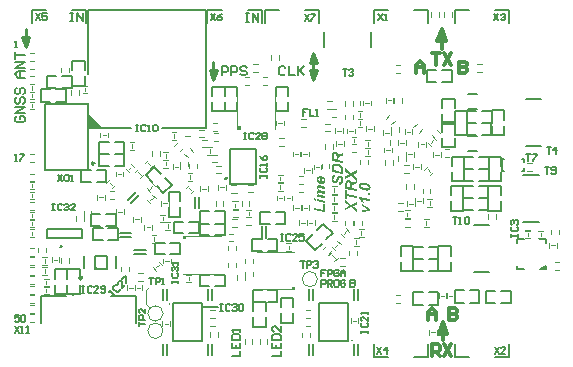
<source format=gto>
G04*
G04 #@! TF.GenerationSoftware,Altium Limited,Altium Designer,19.1.6 (110)*
G04*
G04 Layer_Color=65535*
%FSLAX44Y44*%
%MOMM*%
G71*
G01*
G75*
%ADD10C,0.3000*%
%ADD11C,0.2000*%
%ADD12C,0.2540*%
%ADD13C,0.1500*%
%ADD14C,0.2500*%
%ADD15C,0.1000*%
%ADD16C,0.1270*%
G36*
X60250Y76375D02*
X57250Y76375D01*
X57250Y79375D01*
X60250Y76375D01*
D02*
G37*
G36*
X134000Y104000D02*
Y102000D01*
X132000D01*
Y104000D01*
X134000D01*
D02*
G37*
G36*
X51500Y195500D02*
X64500Y195500D01*
X51500Y208500D01*
X51500Y195500D01*
D02*
G37*
G36*
X224500Y58750D02*
Y60750D01*
X226500D01*
Y58750D01*
X224500D01*
D02*
G37*
G36*
X178000Y197000D02*
X180000D01*
Y195000D01*
X178000D01*
Y197000D01*
D02*
G37*
G36*
X439875Y79000D02*
Y76250D01*
X434500D01*
X439875Y79000D01*
D02*
G37*
G36*
X274701Y157353D02*
X279250Y159725D01*
Y157492D01*
X277849Y156757D01*
X277835D01*
X277794Y156729D01*
X277738Y156702D01*
X277669Y156660D01*
X277572Y156618D01*
X277475Y156563D01*
X277239Y156438D01*
X276975Y156313D01*
X276712Y156189D01*
X276476Y156078D01*
X276365Y156036D01*
X276268Y155994D01*
X276282Y155981D01*
X276338Y155939D01*
X276448Y155856D01*
X276601Y155731D01*
X276698Y155648D01*
X276809Y155564D01*
X276934Y155454D01*
X277073Y155329D01*
X277239Y155204D01*
X277405Y155051D01*
X277600Y154871D01*
X277808Y154691D01*
X279250Y153373D01*
Y150822D01*
X274410Y155065D01*
X269653Y152680D01*
Y154746D01*
X271414Y155689D01*
X271442Y155703D01*
X271511Y155731D01*
X271553Y155759D01*
X271608Y155786D01*
X271678Y155814D01*
X271775Y155870D01*
X271872Y155911D01*
X271997Y155981D01*
X272135Y156050D01*
X272302Y156133D01*
X272496Y156216D01*
X272704Y156327D01*
X272718Y156341D01*
X272746Y156355D01*
X272801Y156383D01*
X272870Y156411D01*
X272857Y156424D01*
X272829Y156452D01*
X272773Y156494D01*
X272718Y156549D01*
X272635Y156605D01*
X272538Y156688D01*
X272316Y156868D01*
X272080Y157090D01*
X271816Y157312D01*
X271553Y157534D01*
X271317Y157742D01*
X269653Y159240D01*
Y161750D01*
X274701Y157353D01*
D02*
G37*
G36*
X272385Y151473D02*
X272482Y151460D01*
X272607Y151446D01*
X272746Y151432D01*
X272884Y151390D01*
X273203Y151307D01*
X273550Y151182D01*
X273716Y151099D01*
X273883Y151002D01*
X274049Y150877D01*
X274202Y150752D01*
X274216Y150738D01*
X274230Y150724D01*
X274271Y150669D01*
X274327Y150613D01*
X274396Y150530D01*
X274465Y150447D01*
X274535Y150336D01*
X274618Y150197D01*
X274701Y150059D01*
X274784Y149892D01*
X274867Y149712D01*
X274951Y149504D01*
X275020Y149296D01*
X275075Y149060D01*
X275131Y148797D01*
X275173Y148533D01*
X275187Y148547D01*
X275228Y148603D01*
X275311Y148672D01*
X275408Y148769D01*
X275547Y148866D01*
X275700Y148991D01*
X275880Y149116D01*
X276074Y149241D01*
X276088Y149254D01*
X276129Y149268D01*
X276185Y149310D01*
X276282Y149352D01*
X276393Y149421D01*
X276532Y149490D01*
X276698Y149573D01*
X276892Y149670D01*
X277100Y149781D01*
X277336Y149892D01*
X277600Y150017D01*
X277891Y150142D01*
X278196Y150281D01*
X278529Y150419D01*
X278876Y150572D01*
X279250Y150724D01*
Y148603D01*
X279236D01*
X279208Y148589D01*
X279167Y148575D01*
X279097Y148547D01*
X279014Y148519D01*
X278903Y148478D01*
X278778Y148436D01*
X278626Y148381D01*
X278459Y148311D01*
X278279Y148242D01*
X278071Y148159D01*
X277849Y148062D01*
X277600Y147965D01*
X277322Y147854D01*
X277031Y147729D01*
X276726Y147590D01*
X276712D01*
X276684Y147576D01*
X276643Y147549D01*
X276573Y147521D01*
X276421Y147438D01*
X276227Y147327D01*
X276019Y147202D01*
X275811Y147063D01*
X275616Y146897D01*
X275547Y146813D01*
X275478Y146730D01*
X275464Y146716D01*
X275450Y146675D01*
X275422Y146606D01*
X275381Y146508D01*
X275339Y146370D01*
X275311Y146203D01*
X275297Y145995D01*
X275284Y145746D01*
Y144941D01*
X279250Y144109D01*
Y142154D01*
X269653Y144165D01*
Y148686D01*
X269667Y148783D01*
X269681Y149032D01*
X269708Y149310D01*
X269750Y149587D01*
X269806Y149865D01*
X269889Y150114D01*
Y150128D01*
X269903Y150142D01*
X269930Y150211D01*
X269986Y150322D01*
X270069Y150461D01*
X270194Y150627D01*
X270333Y150794D01*
X270513Y150946D01*
X270721Y151099D01*
X270749Y151113D01*
X270832Y151154D01*
X270957Y151224D01*
X271123Y151293D01*
X271331Y151362D01*
X271581Y151432D01*
X271872Y151473D01*
X272177Y151487D01*
X272191D01*
X272232D01*
X272288D01*
X272385Y151473D01*
D02*
G37*
G36*
X271262Y142542D02*
Y139741D01*
X279250Y138076D01*
Y136107D01*
X271262Y137771D01*
Y134970D01*
X269653Y135289D01*
Y142861D01*
X271262Y142542D01*
D02*
G37*
G36*
X274701Y130532D02*
X279250Y132903D01*
Y130671D01*
X277849Y129936D01*
X277835D01*
X277794Y129908D01*
X277738Y129880D01*
X277669Y129839D01*
X277572Y129797D01*
X277475Y129741D01*
X277239Y129617D01*
X276975Y129492D01*
X276712Y129367D01*
X276476Y129256D01*
X276365Y129214D01*
X276268Y129173D01*
X276282Y129159D01*
X276338Y129117D01*
X276448Y129034D01*
X276601Y128909D01*
X276698Y128826D01*
X276809Y128743D01*
X276934Y128632D01*
X277073Y128507D01*
X277239Y128382D01*
X277405Y128230D01*
X277600Y128050D01*
X277808Y127869D01*
X279250Y126552D01*
Y124000D01*
X274410Y128244D01*
X269653Y125858D01*
Y127925D01*
X271414Y128868D01*
X271442Y128882D01*
X271511Y128909D01*
X271553Y128937D01*
X271608Y128965D01*
X271678Y128993D01*
X271775Y129048D01*
X271872Y129090D01*
X271997Y129159D01*
X272135Y129228D01*
X272302Y129312D01*
X272496Y129395D01*
X272704Y129506D01*
X272718Y129520D01*
X272746Y129534D01*
X272801Y129561D01*
X272870Y129589D01*
X272857Y129603D01*
X272829Y129631D01*
X272773Y129672D01*
X272718Y129728D01*
X272635Y129783D01*
X272538Y129866D01*
X272316Y130047D01*
X272080Y130268D01*
X271816Y130490D01*
X271553Y130712D01*
X271317Y130920D01*
X269653Y132418D01*
Y134928D01*
X274701Y130532D01*
D02*
G37*
G36*
X284676Y149296D02*
X284800D01*
X284967Y149282D01*
X285147Y149268D01*
X285355Y149240D01*
X285591Y149213D01*
X285827Y149171D01*
X286090Y149129D01*
X286354Y149074D01*
X286936Y148935D01*
X287546Y148755D01*
X287560D01*
X287616Y148727D01*
X287699Y148699D01*
X287810Y148658D01*
X287949Y148602D01*
X288115Y148533D01*
X288281Y148450D01*
X288476Y148367D01*
X288878Y148145D01*
X289294Y147895D01*
X289696Y147604D01*
X289890Y147437D01*
X290057Y147271D01*
X290070Y147257D01*
X290098Y147229D01*
X290140Y147174D01*
X290195Y147105D01*
X290265Y147021D01*
X290334Y146910D01*
X290417Y146799D01*
X290487Y146661D01*
X290653Y146342D01*
X290792Y145995D01*
X290847Y145801D01*
X290889Y145593D01*
X290916Y145385D01*
X290930Y145163D01*
Y145052D01*
X290916Y144969D01*
X290903Y144872D01*
X290889Y144761D01*
X290819Y144483D01*
X290722Y144178D01*
X290653Y144026D01*
X290570Y143859D01*
X290473Y143693D01*
X290362Y143540D01*
X290237Y143388D01*
X290084Y143235D01*
X290070Y143221D01*
X290043Y143208D01*
X290001Y143166D01*
X289932Y143124D01*
X289835Y143069D01*
X289738Y142999D01*
X289613Y142930D01*
X289460Y142861D01*
X289294Y142792D01*
X289114Y142722D01*
X288919Y142667D01*
X288697Y142597D01*
X288462Y142556D01*
X288212Y142514D01*
X287935Y142500D01*
X287644Y142486D01*
X287630D01*
X287574D01*
X287505D01*
X287394Y142500D01*
X287255D01*
X287103Y142514D01*
X286922Y142528D01*
X286728Y142542D01*
X286520Y142570D01*
X286284Y142611D01*
X285785Y142694D01*
X285258Y142805D01*
X284703Y142972D01*
X284676Y142986D01*
X284620Y142999D01*
X284523Y143041D01*
X284398Y143083D01*
X284246Y143138D01*
X284079Y143221D01*
X283885Y143305D01*
X283677Y143402D01*
X283233Y143624D01*
X282789Y143887D01*
X282568Y144026D01*
X282360Y144192D01*
X282166Y144359D01*
X281985Y144525D01*
X281971Y144539D01*
X281944Y144567D01*
X281902Y144622D01*
X281847Y144691D01*
X281777Y144775D01*
X281708Y144886D01*
X281625Y145010D01*
X281541Y145149D01*
X281375Y145454D01*
X281236Y145815D01*
X281181Y146009D01*
X281139Y146203D01*
X281112Y146411D01*
X281098Y146633D01*
Y146744D01*
X281112Y146827D01*
X281125Y146924D01*
X281139Y147035D01*
X281208Y147313D01*
X281306Y147618D01*
X281375Y147770D01*
X281458Y147937D01*
X281555Y148089D01*
X281680Y148256D01*
X281805Y148408D01*
X281957Y148547D01*
X281971Y148561D01*
X281999Y148575D01*
X282041Y148616D01*
X282110Y148672D01*
X282207Y148727D01*
X282304Y148783D01*
X282429Y148852D01*
X282582Y148935D01*
X282748Y149005D01*
X282928Y149074D01*
X283136Y149129D01*
X283344Y149185D01*
X283594Y149240D01*
X283843Y149282D01*
X284121Y149296D01*
X284412Y149310D01*
X284426D01*
X284482D01*
X284565D01*
X284676Y149296D01*
D02*
G37*
G36*
X290750Y140378D02*
Y138520D01*
X288933Y138881D01*
Y140739D01*
X290750Y140378D01*
D02*
G37*
G36*
Y135261D02*
Y133375D01*
X284107Y134762D01*
X284121Y134734D01*
X284176Y134665D01*
X284246Y134540D01*
X284343Y134373D01*
X284454Y134179D01*
X284565Y133944D01*
X284690Y133680D01*
X284814Y133403D01*
Y133389D01*
X284828Y133375D01*
X284842Y133333D01*
X284870Y133278D01*
X284911Y133125D01*
X284981Y132945D01*
X285050Y132737D01*
X285119Y132501D01*
X285189Y132279D01*
X285244Y132044D01*
X283566Y132404D01*
Y132418D01*
X283552Y132432D01*
X283525Y132515D01*
X283455Y132640D01*
X283372Y132806D01*
X283275Y133000D01*
X283164Y133236D01*
X283025Y133500D01*
X282859Y133777D01*
X282692Y134068D01*
X282498Y134373D01*
X282290Y134692D01*
X282082Y134998D01*
X281847Y135303D01*
X281611Y135608D01*
X281361Y135885D01*
X281098Y136149D01*
Y137286D01*
X290750Y135261D01*
D02*
G37*
G36*
Y126995D02*
Y125387D01*
X283788Y124000D01*
Y125844D01*
X286839Y126316D01*
X286853D01*
X286895Y126330D01*
X286950D01*
X287033Y126344D01*
X287130Y126357D01*
X287255Y126385D01*
X287505Y126427D01*
X287782Y126468D01*
X288046Y126510D01*
X288281Y126538D01*
X288379Y126552D01*
X288462Y126566D01*
X288434Y126579D01*
X288392Y126607D01*
X288323Y126649D01*
X288212Y126704D01*
X288073Y126787D01*
X287879Y126884D01*
X287754Y126954D01*
X287630Y127023D01*
X287616D01*
X287602Y127037D01*
X287519Y127093D01*
X287394Y127162D01*
X287241Y127245D01*
X287089Y127328D01*
X286950Y127411D01*
X286825Y127481D01*
X286742Y127522D01*
X283788Y129256D01*
Y131281D01*
X290750Y126995D01*
D02*
G37*
G36*
X248797Y154691D02*
X248991Y154677D01*
X249199Y154649D01*
X249615Y154566D01*
Y149851D01*
X249629D01*
X249685D01*
X249740Y149837D01*
X249796D01*
X249809D01*
X249823D01*
X249907D01*
X250031Y149865D01*
X250198Y149892D01*
X250378Y149934D01*
X250558Y150003D01*
X250753Y150100D01*
X250919Y150225D01*
X250933Y150239D01*
X250988Y150295D01*
X251044Y150378D01*
X251127Y150503D01*
X251196Y150641D01*
X251266Y150808D01*
X251321Y151002D01*
X251335Y151210D01*
Y151307D01*
X251321Y151362D01*
X251307Y151446D01*
X251280Y151543D01*
X251210Y151751D01*
X251169Y151862D01*
X251099Y151986D01*
X251016Y152111D01*
X250919Y152222D01*
X250808Y152347D01*
X250683Y152472D01*
X250531Y152583D01*
X250364Y152680D01*
X250642Y154358D01*
X250655D01*
X250683Y154330D01*
X250739Y154302D01*
X250808Y154261D01*
X250891Y154219D01*
X250988Y154150D01*
X251224Y154011D01*
X251474Y153817D01*
X251723Y153581D01*
X251973Y153318D01*
X252181Y153027D01*
Y153013D01*
X252209Y152985D01*
X252223Y152943D01*
X252264Y152888D01*
X252292Y152805D01*
X252334Y152721D01*
X252431Y152486D01*
X252528Y152222D01*
X252597Y151903D01*
X252653Y151570D01*
X252680Y151196D01*
Y151057D01*
X252666Y150960D01*
X252653Y150835D01*
X252639Y150697D01*
X252611Y150544D01*
X252569Y150378D01*
X252458Y150017D01*
X252389Y149823D01*
X252306Y149629D01*
X252209Y149448D01*
X252084Y149254D01*
X251945Y149074D01*
X251793Y148908D01*
X251779Y148894D01*
X251751Y148866D01*
X251696Y148824D01*
X251626Y148769D01*
X251543Y148700D01*
X251432Y148630D01*
X251307Y148547D01*
X251169Y148478D01*
X251002Y148394D01*
X250836Y148311D01*
X250642Y148242D01*
X250434Y148173D01*
X250212Y148117D01*
X249962Y148076D01*
X249713Y148048D01*
X249449Y148034D01*
X249435D01*
X249380D01*
X249310D01*
X249213Y148048D01*
X249088Y148062D01*
X248936Y148076D01*
X248769Y148103D01*
X248589Y148131D01*
X248201Y148228D01*
X247993Y148297D01*
X247771Y148367D01*
X247549Y148464D01*
X247327Y148561D01*
X247105Y148686D01*
X246897Y148824D01*
X246883Y148838D01*
X246828Y148880D01*
X246758Y148935D01*
X246661Y149019D01*
X246551Y149143D01*
X246412Y149268D01*
X246287Y149435D01*
X246134Y149615D01*
X245996Y149823D01*
X245857Y150059D01*
X245732Y150308D01*
X245621Y150586D01*
X245524Y150877D01*
X245455Y151196D01*
X245399Y151543D01*
X245385Y151903D01*
Y152028D01*
X245399Y152111D01*
X245413Y152222D01*
X245427Y152347D01*
X245455Y152486D01*
X245483Y152638D01*
X245580Y152971D01*
X245635Y153138D01*
X245718Y153304D01*
X245815Y153470D01*
X245912Y153637D01*
X246037Y153789D01*
X246176Y153942D01*
X246190Y153956D01*
X246218Y153970D01*
X246259Y154011D01*
X246315Y154067D01*
X246398Y154122D01*
X246495Y154178D01*
X246620Y154247D01*
X246745Y154330D01*
X246897Y154399D01*
X247064Y154469D01*
X247244Y154524D01*
X247452Y154580D01*
X247660Y154635D01*
X247896Y154677D01*
X248132Y154691D01*
X248395Y154705D01*
X248409D01*
X248423D01*
X248506D01*
X248645D01*
X248797Y154691D01*
D02*
G37*
G36*
X247188Y147008D02*
X247313Y146994D01*
X247480Y146980D01*
X247701Y146938D01*
X247965Y146897D01*
X248270Y146827D01*
X252500Y145912D01*
Y144054D01*
X248270Y144955D01*
X248256D01*
X248228Y144969D01*
X248201D01*
X248145Y144983D01*
X248007Y145011D01*
X247854Y145038D01*
X247701Y145066D01*
X247549Y145094D01*
X247438Y145122D01*
X247396D01*
X247369D01*
X247355D01*
X247313D01*
X247272Y145108D01*
X247202Y145094D01*
X247050Y145052D01*
X246980Y144997D01*
X246911Y144941D01*
X246897Y144927D01*
X246883Y144914D01*
X246856Y144872D01*
X246814Y144816D01*
X246786Y144747D01*
X246758Y144650D01*
X246745Y144553D01*
X246731Y144428D01*
Y144359D01*
X246745Y144303D01*
X246772Y144165D01*
X246828Y143998D01*
X246911Y143804D01*
X247050Y143582D01*
X247133Y143471D01*
X247230Y143360D01*
X247341Y143263D01*
X247480Y143152D01*
X247507Y143138D01*
X247535Y143111D01*
X247577Y143083D01*
X247646Y143055D01*
X247715Y143014D01*
X247812Y142958D01*
X247910Y142916D01*
X248034Y142861D01*
X248173Y142806D01*
X248326Y142750D01*
X248492Y142695D01*
X248672Y142625D01*
X248880Y142570D01*
X249102Y142514D01*
X249352Y142459D01*
X252500Y141793D01*
Y139935D01*
X248312Y140808D01*
X248298D01*
X248284Y140822D01*
X248187Y140836D01*
X248062Y140864D01*
X247923Y140892D01*
X247757Y140919D01*
X247605Y140933D01*
X247466Y140961D01*
X247369D01*
X247355D01*
X247327D01*
X247272Y140947D01*
X247202Y140933D01*
X247064Y140878D01*
X246980Y140836D01*
X246911Y140767D01*
X246897Y140753D01*
X246883Y140739D01*
X246856Y140697D01*
X246814Y140642D01*
X246786Y140559D01*
X246758Y140476D01*
X246745Y140379D01*
X246731Y140254D01*
Y140198D01*
X246745Y140143D01*
X246758Y140060D01*
X246772Y139963D01*
X246814Y139852D01*
X246856Y139741D01*
X246925Y139616D01*
X246939Y139602D01*
X246953Y139560D01*
X246994Y139491D01*
X247050Y139422D01*
X247119Y139325D01*
X247216Y139228D01*
X247313Y139130D01*
X247424Y139033D01*
X247438Y139019D01*
X247480Y138992D01*
X247549Y138950D01*
X247646Y138895D01*
X247757Y138825D01*
X247910Y138756D01*
X248062Y138687D01*
X248242Y138617D01*
X248256D01*
X248298Y138603D01*
X248367Y138576D01*
X248464Y138548D01*
X248603Y138520D01*
X248797Y138465D01*
X249019Y138409D01*
X249158Y138382D01*
X249310Y138340D01*
X252500Y137674D01*
Y135816D01*
X245538Y137272D01*
Y139033D01*
X246384Y138867D01*
X246370Y138881D01*
X246342Y138909D01*
X246287Y138964D01*
X246231Y139047D01*
X246148Y139144D01*
X246065Y139255D01*
X245982Y139380D01*
X245885Y139533D01*
X245704Y139865D01*
X245538Y140226D01*
X245483Y140434D01*
X245427Y140628D01*
X245399Y140850D01*
X245385Y141058D01*
Y141183D01*
X245399Y141335D01*
X245427Y141502D01*
X245469Y141696D01*
X245524Y141904D01*
X245607Y142098D01*
X245718Y142265D01*
X245732Y142278D01*
X245774Y142334D01*
X245857Y142403D01*
X245954Y142500D01*
X246079Y142584D01*
X246245Y142681D01*
X246412Y142764D01*
X246620Y142819D01*
X246592Y142833D01*
X246537Y142889D01*
X246439Y142972D01*
X246315Y143083D01*
X246176Y143236D01*
X246037Y143402D01*
X245885Y143610D01*
X245746Y143846D01*
Y143860D01*
X245732Y143873D01*
X245718Y143915D01*
X245691Y143970D01*
X245635Y144095D01*
X245566Y144276D01*
X245497Y144484D01*
X245441Y144733D01*
X245399Y144983D01*
X245385Y145260D01*
Y145399D01*
X245413Y145552D01*
X245441Y145732D01*
X245497Y145940D01*
X245580Y146162D01*
X245691Y146370D01*
X245843Y146550D01*
X245857Y146564D01*
X245926Y146619D01*
X246024Y146703D01*
X246162Y146786D01*
X246329Y146869D01*
X246523Y146952D01*
X246758Y147008D01*
X247022Y147022D01*
X247036D01*
X247091D01*
X247188Y147008D01*
D02*
G37*
G36*
X244595Y135663D02*
Y133791D01*
X242903Y134152D01*
Y136010D01*
X244595Y135663D01*
D02*
G37*
G36*
X252500Y133999D02*
Y132141D01*
X245538Y133597D01*
Y135469D01*
X252500Y133999D01*
D02*
G37*
G36*
Y130879D02*
Y124000D01*
X242903Y126011D01*
Y127980D01*
X250891Y126302D01*
Y131212D01*
X252500Y130879D01*
D02*
G37*
G36*
X260814Y175223D02*
X260911Y175209D01*
X261036Y175195D01*
X261175Y175181D01*
X261313Y175140D01*
X261632Y175056D01*
X261979Y174932D01*
X262145Y174848D01*
X262312Y174751D01*
X262478Y174627D01*
X262631Y174502D01*
X262645Y174488D01*
X262658Y174474D01*
X262700Y174419D01*
X262756Y174363D01*
X262825Y174280D01*
X262894Y174197D01*
X262964Y174086D01*
X263047Y173947D01*
X263130Y173808D01*
X263213Y173642D01*
X263296Y173462D01*
X263380Y173254D01*
X263449Y173046D01*
X263504Y172810D01*
X263560Y172546D01*
X263601Y172283D01*
X263615Y172297D01*
X263657Y172352D01*
X263740Y172421D01*
X263837Y172519D01*
X263976Y172616D01*
X264128Y172740D01*
X264309Y172865D01*
X264503Y172990D01*
X264517Y173004D01*
X264558Y173018D01*
X264614Y173059D01*
X264711Y173101D01*
X264822Y173170D01*
X264961Y173240D01*
X265127Y173323D01*
X265321Y173420D01*
X265529Y173531D01*
X265765Y173642D01*
X266028Y173767D01*
X266320Y173892D01*
X266625Y174030D01*
X266958Y174169D01*
X267304Y174321D01*
X267679Y174474D01*
Y172352D01*
X267665D01*
X267637Y172338D01*
X267596Y172324D01*
X267526Y172297D01*
X267443Y172269D01*
X267332Y172227D01*
X267207Y172186D01*
X267055Y172130D01*
X266888Y172061D01*
X266708Y171992D01*
X266500Y171908D01*
X266278Y171811D01*
X266028Y171714D01*
X265751Y171603D01*
X265460Y171478D01*
X265155Y171340D01*
X265141D01*
X265113Y171326D01*
X265072Y171298D01*
X265002Y171270D01*
X264850Y171187D01*
X264655Y171076D01*
X264447Y170951D01*
X264239Y170813D01*
X264045Y170646D01*
X263976Y170563D01*
X263907Y170480D01*
X263893Y170466D01*
X263879Y170424D01*
X263851Y170355D01*
X263810Y170258D01*
X263768Y170119D01*
X263740Y169953D01*
X263726Y169745D01*
X263712Y169495D01*
Y168691D01*
X267679Y167859D01*
Y165903D01*
X258082Y167914D01*
Y172435D01*
X258096Y172532D01*
X258110Y172782D01*
X258137Y173059D01*
X258179Y173337D01*
X258234Y173614D01*
X258318Y173864D01*
Y173878D01*
X258332Y173892D01*
X258359Y173961D01*
X258415Y174072D01*
X258498Y174210D01*
X258623Y174377D01*
X258761Y174543D01*
X258942Y174696D01*
X259150Y174848D01*
X259177Y174862D01*
X259261Y174904D01*
X259386Y174973D01*
X259552Y175043D01*
X259760Y175112D01*
X260010Y175181D01*
X260301Y175223D01*
X260606Y175237D01*
X260620D01*
X260661D01*
X260717D01*
X260814Y175223D01*
D02*
G37*
G36*
X262326Y165335D02*
X262464D01*
X262617Y165321D01*
X262797Y165293D01*
X262991Y165279D01*
X263199Y165238D01*
X263421Y165210D01*
X263879Y165099D01*
X264350Y164946D01*
X264586Y164863D01*
X264822Y164752D01*
X264836D01*
X264877Y164725D01*
X264933Y164697D01*
X265016Y164641D01*
X265127Y164586D01*
X265238Y164517D01*
X265515Y164336D01*
X265820Y164128D01*
X266139Y163865D01*
X266444Y163573D01*
X266736Y163255D01*
Y163241D01*
X266763Y163227D01*
X266791Y163185D01*
X266819Y163130D01*
X266874Y163060D01*
X266916Y162977D01*
X267041Y162769D01*
X267166Y162519D01*
X267304Y162214D01*
X267429Y161868D01*
X267540Y161479D01*
Y161452D01*
X267554Y161410D01*
X267568Y161368D01*
Y161299D01*
X267582Y161216D01*
X267596Y161119D01*
X267609Y161008D01*
X267623Y160883D01*
X267637Y160744D01*
X267651Y160592D01*
Y160411D01*
X267665Y160231D01*
X267679Y160023D01*
Y156195D01*
X258082Y158206D01*
Y161368D01*
X258096Y161604D01*
Y161840D01*
X258110Y162034D01*
Y162103D01*
X258123Y162173D01*
Y162201D01*
X258137Y162270D01*
X258151Y162381D01*
X258179Y162533D01*
X258207Y162700D01*
X258248Y162880D01*
X258373Y163241D01*
X258387Y163268D01*
X258401Y163324D01*
X258442Y163407D01*
X258498Y163532D01*
X258581Y163657D01*
X258664Y163809D01*
X258761Y163948D01*
X258886Y164100D01*
X258900Y164114D01*
X258942Y164170D01*
X259011Y164239D01*
X259108Y164336D01*
X259219Y164433D01*
X259358Y164544D01*
X259510Y164655D01*
X259677Y164766D01*
X259691Y164780D01*
X259760Y164808D01*
X259857Y164863D01*
X259982Y164919D01*
X260134Y164988D01*
X260315Y165071D01*
X260523Y165141D01*
X260745Y165196D01*
X260772Y165210D01*
X260856Y165224D01*
X260980Y165252D01*
X261133Y165279D01*
X261327Y165307D01*
X261563Y165321D01*
X261799Y165349D01*
X262062D01*
X262076D01*
X262131D01*
X262215D01*
X262326Y165335D01*
D02*
G37*
G36*
X260897Y153866D02*
X260883D01*
X260869D01*
X260786Y153852D01*
X260661Y153810D01*
X260509Y153769D01*
X260342Y153699D01*
X260162Y153616D01*
X259996Y153505D01*
X259843Y153352D01*
X259829Y153339D01*
X259788Y153269D01*
X259718Y153172D01*
X259649Y153034D01*
X259594Y152867D01*
X259524Y152645D01*
X259483Y152382D01*
X259469Y152090D01*
Y151952D01*
X259483Y151813D01*
X259510Y151633D01*
X259538Y151453D01*
X259594Y151258D01*
X259663Y151078D01*
X259760Y150926D01*
X259774Y150912D01*
X259815Y150870D01*
X259871Y150815D01*
X259954Y150759D01*
X260065Y150690D01*
X260190Y150634D01*
X260342Y150593D01*
X260495Y150579D01*
X260509D01*
X260564D01*
X260634Y150593D01*
X260731Y150620D01*
X260842Y150662D01*
X260953Y150717D01*
X261064Y150787D01*
X261175Y150898D01*
X261188Y150912D01*
X261230Y150967D01*
X261285Y151050D01*
X261369Y151189D01*
X261424Y151286D01*
X261480Y151383D01*
X261549Y151494D01*
X261618Y151633D01*
X261688Y151771D01*
X261771Y151938D01*
X261854Y152118D01*
X261937Y152312D01*
X261951Y152326D01*
X261965Y152382D01*
X262007Y152465D01*
X262048Y152576D01*
X262118Y152715D01*
X262187Y152867D01*
X262353Y153200D01*
X262534Y153560D01*
X262728Y153907D01*
X262825Y154074D01*
X262922Y154212D01*
X263019Y154337D01*
X263102Y154434D01*
X263116Y154448D01*
X263130Y154462D01*
X263172Y154503D01*
X263213Y154545D01*
X263366Y154656D01*
X263560Y154781D01*
X263796Y154906D01*
X264087Y155003D01*
X264420Y155086D01*
X264586Y155100D01*
X264780Y155114D01*
X264794D01*
X264836D01*
X264905D01*
X264988Y155100D01*
X265099Y155086D01*
X265238Y155058D01*
X265377Y155030D01*
X265529Y154989D01*
X265696Y154933D01*
X265876Y154864D01*
X266056Y154781D01*
X266236Y154684D01*
X266417Y154573D01*
X266611Y154434D01*
X266777Y154282D01*
X266958Y154101D01*
X266971Y154087D01*
X266999Y154060D01*
X267041Y153990D01*
X267096Y153921D01*
X267166Y153810D01*
X267249Y153685D01*
X267318Y153547D01*
X267401Y153366D01*
X267498Y153186D01*
X267568Y152978D01*
X267651Y152742D01*
X267720Y152493D01*
X267776Y152229D01*
X267817Y151938D01*
X267845Y151633D01*
X267859Y151300D01*
Y151092D01*
X267845Y150981D01*
X267831Y150856D01*
Y150717D01*
X267804Y150565D01*
X267762Y150232D01*
X267693Y149872D01*
X267596Y149497D01*
X267457Y149150D01*
Y149136D01*
X267443Y149109D01*
X267415Y149067D01*
X267374Y148998D01*
X267290Y148845D01*
X267152Y148651D01*
X266999Y148443D01*
X266791Y148235D01*
X266569Y148041D01*
X266306Y147874D01*
X266292D01*
X266278Y147860D01*
X266236Y147847D01*
X266167Y147819D01*
X266098Y147791D01*
X266015Y147764D01*
X265807Y147694D01*
X265557Y147625D01*
X265266Y147569D01*
X264947Y147542D01*
X264600Y147528D01*
X264489Y149414D01*
X264503D01*
X264531D01*
X264572D01*
X264628Y149428D01*
X264794Y149441D01*
X264974Y149469D01*
X265182Y149497D01*
X265390Y149552D01*
X265571Y149622D01*
X265709Y149719D01*
X265737Y149747D01*
X265793Y149802D01*
X265862Y149913D01*
X265959Y150079D01*
X266001Y150177D01*
X266056Y150301D01*
X266098Y150426D01*
X266126Y150579D01*
X266167Y150731D01*
X266181Y150912D01*
X266209Y151106D01*
Y151466D01*
X266195Y151550D01*
Y151647D01*
X266167Y151855D01*
X266126Y152077D01*
X266056Y152312D01*
X265973Y152534D01*
X265862Y152715D01*
X265848Y152728D01*
X265807Y152784D01*
X265723Y152853D01*
X265626Y152936D01*
X265501Y153020D01*
X265363Y153089D01*
X265210Y153144D01*
X265030Y153158D01*
X265016D01*
X264961D01*
X264877Y153144D01*
X264780Y153117D01*
X264669Y153075D01*
X264545Y153006D01*
X264420Y152922D01*
X264309Y152798D01*
X264295Y152784D01*
X264267Y152742D01*
X264212Y152659D01*
X264142Y152534D01*
X264087Y152451D01*
X264031Y152354D01*
X263976Y152243D01*
X263920Y152118D01*
X263851Y151966D01*
X263768Y151813D01*
X263685Y151619D01*
X263601Y151425D01*
Y151411D01*
X263574Y151369D01*
X263560Y151314D01*
X263518Y151244D01*
X263477Y151147D01*
X263435Y151036D01*
X263324Y150801D01*
X263185Y150537D01*
X263061Y150260D01*
X262922Y150010D01*
X262853Y149885D01*
X262797Y149788D01*
X262783Y149761D01*
X262742Y149705D01*
X262658Y149608D01*
X262561Y149497D01*
X262450Y149372D01*
X262298Y149234D01*
X262131Y149109D01*
X261951Y148984D01*
X261923Y148970D01*
X261854Y148942D01*
X261743Y148887D01*
X261604Y148845D01*
X261424Y148790D01*
X261216Y148734D01*
X260980Y148707D01*
X260731Y148693D01*
X260717D01*
X260675D01*
X260606D01*
X260523Y148707D01*
X260426Y148720D01*
X260301Y148734D01*
X260162Y148762D01*
X260023Y148804D01*
X259704Y148901D01*
X259538Y148984D01*
X259358Y149067D01*
X259191Y149164D01*
X259025Y149275D01*
X258859Y149414D01*
X258706Y149566D01*
X258692Y149580D01*
X258664Y149608D01*
X258637Y149663D01*
X258581Y149733D01*
X258526Y149816D01*
X258456Y149927D01*
X258373Y150066D01*
X258304Y150218D01*
X258234Y150385D01*
X258151Y150565D01*
X258082Y150773D01*
X258026Y151009D01*
X257971Y151258D01*
X257929Y151522D01*
X257915Y151799D01*
X257902Y152104D01*
Y152271D01*
X257915Y152382D01*
X257929Y152520D01*
X257943Y152687D01*
X257971Y152867D01*
X257999Y153061D01*
X258096Y153491D01*
X258165Y153713D01*
X258234Y153921D01*
X258332Y154143D01*
X258442Y154351D01*
X258567Y154545D01*
X258706Y154725D01*
X258720Y154739D01*
X258748Y154767D01*
X258789Y154809D01*
X258845Y154878D01*
X258928Y154947D01*
X259025Y155030D01*
X259136Y155114D01*
X259261Y155197D01*
X259413Y155294D01*
X259566Y155391D01*
X259746Y155474D01*
X259926Y155557D01*
X260134Y155627D01*
X260342Y155682D01*
X260578Y155724D01*
X260814Y155752D01*
X260897Y153866D01*
D02*
G37*
%LPC*%
G36*
X272205Y149518D02*
X272177D01*
X272122D01*
X272024Y149490D01*
X271914Y149462D01*
X271789Y149407D01*
X271664Y149338D01*
X271539Y149227D01*
X271428Y149088D01*
X271414Y149074D01*
X271400Y149032D01*
X271373Y148963D01*
X271345Y148852D01*
X271317Y148700D01*
X271289Y148492D01*
X271262Y148256D01*
Y145787D01*
X273841Y145246D01*
Y146689D01*
X273827Y146827D01*
X273813Y147160D01*
X273800Y147507D01*
X273758Y147854D01*
X273744Y148006D01*
X273716Y148159D01*
X273689Y148284D01*
X273661Y148394D01*
X273647Y148422D01*
X273619Y148478D01*
X273578Y148575D01*
X273508Y148700D01*
X273425Y148825D01*
X273328Y148963D01*
X273203Y149088D01*
X273065Y149213D01*
X273051Y149227D01*
X272995Y149254D01*
X272912Y149310D01*
X272801Y149365D01*
X272676Y149421D01*
X272538Y149476D01*
X272371Y149504D01*
X272205Y149518D01*
D02*
G37*
G36*
X284135Y147479D02*
X283968D01*
X283955D01*
X283941D01*
X283843D01*
X283719Y147465D01*
X283566Y147451D01*
X283400Y147410D01*
X283219Y147368D01*
X283067Y147299D01*
X282928Y147215D01*
X282914Y147202D01*
X282873Y147174D01*
X282817Y147119D01*
X282762Y147035D01*
X282706Y146952D01*
X282651Y146841D01*
X282609Y146702D01*
X282595Y146564D01*
Y146536D01*
X282609Y146481D01*
X282623Y146383D01*
X282651Y146259D01*
X282720Y146120D01*
X282803Y145967D01*
X282914Y145815D01*
X283081Y145662D01*
X283095D01*
X283109Y145634D01*
X283164Y145607D01*
X283219Y145565D01*
X283303Y145524D01*
X283400Y145454D01*
X283511Y145399D01*
X283649Y145329D01*
X283816Y145246D01*
X283996Y145163D01*
X284190Y145080D01*
X284426Y144997D01*
X284662Y144913D01*
X284939Y144830D01*
X285230Y144747D01*
X285549Y144664D01*
X285563D01*
X285619Y144650D01*
X285688Y144636D01*
X285799Y144608D01*
X285924Y144580D01*
X286076Y144553D01*
X286243Y144525D01*
X286423Y144497D01*
X286825Y144428D01*
X287227Y144373D01*
X287644Y144331D01*
X288032Y144317D01*
X288046D01*
X288060D01*
X288101D01*
X288157D01*
X288295Y144331D01*
X288462Y144345D01*
X288642Y144373D01*
X288822Y144428D01*
X288989Y144483D01*
X289127Y144567D01*
X289141Y144580D01*
X289169Y144608D01*
X289224Y144664D01*
X289280Y144747D01*
X289335Y144830D01*
X289391Y144941D01*
X289419Y145080D01*
X289433Y145218D01*
Y145246D01*
X289419Y145302D01*
X289405Y145413D01*
X289377Y145538D01*
X289308Y145676D01*
X289224Y145843D01*
X289114Y145995D01*
X288947Y146161D01*
X288933D01*
X288919Y146189D01*
X288878Y146217D01*
X288808Y146259D01*
X288739Y146300D01*
X288642Y146356D01*
X288517Y146411D01*
X288379Y146481D01*
X288226Y146564D01*
X288032Y146633D01*
X287824Y146716D01*
X287588Y146799D01*
X287325Y146883D01*
X287047Y146966D01*
X286728Y147049D01*
X286381Y147132D01*
X286368D01*
X286312Y147146D01*
X286229Y147160D01*
X286132Y147188D01*
X286007Y147215D01*
X285854Y147243D01*
X285688Y147271D01*
X285508Y147313D01*
X285119Y147368D01*
X284717Y147424D01*
X284329Y147465D01*
X284135Y147479D01*
D02*
G37*
G36*
X248464Y152985D02*
X248450D01*
X248395D01*
X248340D01*
X248284D01*
X248270D01*
X248256D01*
X248215D01*
X248159D01*
X248020Y152971D01*
X247840Y152943D01*
X247660Y152902D01*
X247466Y152832D01*
X247285Y152749D01*
X247119Y152638D01*
X247105Y152624D01*
X247064Y152569D01*
X246994Y152500D01*
X246925Y152389D01*
X246856Y152264D01*
X246786Y152097D01*
X246745Y151917D01*
X246731Y151709D01*
Y151612D01*
X246758Y151501D01*
X246786Y151362D01*
X246842Y151196D01*
X246911Y151016D01*
X247022Y150835D01*
X247174Y150655D01*
X247188Y150641D01*
X247258Y150586D01*
X247355Y150503D01*
X247507Y150405D01*
X247688Y150308D01*
X247910Y150197D01*
X248159Y150100D01*
X248464Y150031D01*
Y152985D01*
D02*
G37*
G36*
X260634Y173267D02*
X260606D01*
X260550D01*
X260453Y173240D01*
X260342Y173212D01*
X260218Y173157D01*
X260093Y173087D01*
X259968Y172976D01*
X259857Y172838D01*
X259843Y172824D01*
X259829Y172782D01*
X259802Y172713D01*
X259774Y172602D01*
X259746Y172449D01*
X259718Y172241D01*
X259691Y172005D01*
Y169537D01*
X262270Y168996D01*
Y170438D01*
X262256Y170577D01*
X262242Y170910D01*
X262229Y171257D01*
X262187Y171603D01*
X262173Y171756D01*
X262145Y171908D01*
X262118Y172033D01*
X262090Y172144D01*
X262076Y172172D01*
X262048Y172227D01*
X262007Y172324D01*
X261937Y172449D01*
X261854Y172574D01*
X261757Y172713D01*
X261632Y172838D01*
X261493Y172962D01*
X261480Y172976D01*
X261424Y173004D01*
X261341Y173059D01*
X261230Y173115D01*
X261105Y173170D01*
X260966Y173226D01*
X260800Y173254D01*
X260634Y173267D01*
D02*
G37*
G36*
X262007Y163365D02*
X261993D01*
X261965D01*
X261910D01*
X261840D01*
X261757Y163351D01*
X261660D01*
X261424Y163324D01*
X261175Y163282D01*
X260925Y163227D01*
X260675Y163144D01*
X260467Y163033D01*
X260439Y163019D01*
X260384Y162977D01*
X260301Y162908D01*
X260190Y162811D01*
X260079Y162686D01*
X259968Y162547D01*
X259871Y162381D01*
X259788Y162201D01*
Y162187D01*
X259774Y162131D01*
X259746Y162048D01*
X259718Y161923D01*
X259704Y161757D01*
X259677Y161549D01*
X259663Y161299D01*
Y159843D01*
X266139Y158484D01*
Y159746D01*
X266126Y159857D01*
Y160093D01*
X266112Y160356D01*
X266084Y160606D01*
X266056Y160855D01*
X266042Y160966D01*
X266015Y161063D01*
X266001Y161091D01*
X265987Y161147D01*
X265945Y161243D01*
X265904Y161368D01*
X265834Y161507D01*
X265751Y161660D01*
X265640Y161812D01*
X265515Y161965D01*
Y161979D01*
X265488Y161992D01*
X265418Y162062D01*
X265293Y162173D01*
X265141Y162311D01*
X264933Y162478D01*
X264683Y162644D01*
X264406Y162811D01*
X264101Y162963D01*
X264087D01*
X264059Y162977D01*
X264004Y163005D01*
X263948Y163033D01*
X263851Y163060D01*
X263754Y163088D01*
X263643Y163130D01*
X263504Y163171D01*
X263366Y163199D01*
X263199Y163241D01*
X262839Y163310D01*
X262437Y163351D01*
X262007Y163365D01*
D02*
G37*
%LPD*%
D10*
X168604Y152750D02*
G03*
X168604Y152750I-354J0D01*
G01*
X351000Y262750D02*
Y279625D01*
X347583Y269375D02*
X354417D01*
X351000Y279625D02*
X354417Y269375D01*
X347583D02*
X351000Y279625D01*
X348875Y20625D02*
X352292Y30875D01*
X355708Y20625D01*
X348875D02*
X355708D01*
X352292Y16000D02*
Y30875D01*
X342750Y258996D02*
X349414D01*
X346082D01*
Y249000D01*
X352747Y258996D02*
X359411Y249000D01*
Y258996D02*
X352747Y249000D01*
X357750Y42746D02*
Y32750D01*
X362748D01*
X364414Y34416D01*
Y36082D01*
X362748Y37748D01*
X357750D01*
X362748D01*
X364414Y39414D01*
Y41080D01*
X362748Y42746D01*
X357750D01*
X329250Y242000D02*
Y248664D01*
X332582Y251996D01*
X335914Y248664D01*
Y242000D01*
Y246998D01*
X329250D01*
X342750Y2250D02*
Y12246D01*
X347748D01*
X349414Y10580D01*
Y7248D01*
X347748Y5582D01*
X342750D01*
X346082D02*
X349414Y2250D01*
X352747Y12246D02*
X359411Y2250D01*
Y12246D02*
X352747Y2250D01*
X365500Y251746D02*
Y241750D01*
X370498D01*
X372164Y243416D01*
Y245082D01*
X370498Y246748D01*
X365500D01*
X370498D01*
X372164Y248414D01*
Y250080D01*
X370498Y251746D01*
X365500D01*
X339250Y32750D02*
Y39414D01*
X342582Y42746D01*
X345914Y39414D01*
Y32750D01*
Y37748D01*
X339250D01*
D11*
X40000Y54250D02*
G03*
X40000Y54250I-1000J0D01*
G01*
X92000Y30000D02*
Y53300D01*
X71000D02*
X92000D01*
X12000D02*
X33000D01*
X12000Y30000D02*
Y53300D01*
X251500Y263750D02*
Y276750D01*
X291500Y263750D02*
Y276750D01*
X235500Y295000D02*
X247500D01*
Y284000D02*
Y295000D01*
X201500Y284000D02*
Y295000D01*
X213500D01*
X152750Y295000D02*
X164750D01*
X152750Y284000D02*
Y295000D01*
X198750Y284000D02*
Y295000D01*
X186750D02*
X198750D01*
X4250Y295250D02*
X16250D01*
X4250Y284250D02*
Y295250D01*
X50250Y284250D02*
Y295250D01*
X38250D02*
X50250D01*
X327500Y1500D02*
X339500D01*
Y12500D01*
X293500Y1500D02*
Y12500D01*
Y1500D02*
X305500D01*
X362500Y295250D02*
X374500D01*
X362500Y284250D02*
Y295250D01*
X408500Y284250D02*
Y295250D01*
X396500D02*
X408500D01*
X396500Y1500D02*
X408500D01*
Y12500D01*
X362500Y1500D02*
Y12500D01*
Y1500D02*
X374500D01*
X293500Y295250D02*
X305500D01*
X293500Y284250D02*
Y295250D01*
X339500Y284250D02*
Y295250D01*
X327500D02*
X339500D01*
X378500Y73250D02*
X391500D01*
X378500Y113250D02*
X391500D01*
X422250Y180000D02*
X435250D01*
X422250Y220000D02*
X435250D01*
X420379Y156000D02*
X433379D01*
X420379Y116000D02*
X433379D01*
X36750Y292748D02*
X39083D01*
X37916D01*
Y285750D01*
X36750D01*
X39083D01*
X42582D02*
Y292748D01*
X47247Y285750D01*
Y292748D01*
X218832Y246665D02*
X217499Y247997D01*
X214833D01*
X213500Y246665D01*
Y241333D01*
X214833Y240000D01*
X217499D01*
X218832Y241333D01*
X221497Y247997D02*
Y240000D01*
X226829D01*
X229495Y247997D02*
Y240000D01*
Y242666D01*
X234827Y247997D01*
X230828Y243999D01*
X234827Y240000D01*
X-8665Y205446D02*
X-9997Y204113D01*
Y201447D01*
X-8665Y200114D01*
X-3333D01*
X-2000Y201447D01*
Y204113D01*
X-3333Y205446D01*
X-5999D01*
Y202780D01*
X-2000Y208112D02*
X-9997D01*
X-2000Y213443D01*
X-9997D01*
X-8665Y221441D02*
X-9997Y220108D01*
Y217442D01*
X-8665Y216109D01*
X-7332D01*
X-5999Y217442D01*
Y220108D01*
X-4666Y221441D01*
X-3333D01*
X-2000Y220108D01*
Y217442D01*
X-3333Y216109D01*
X-8665Y229438D02*
X-9997Y228105D01*
Y225439D01*
X-8665Y224107D01*
X-7332D01*
X-5999Y225439D01*
Y228105D01*
X-4666Y229438D01*
X-3333D01*
X-2000Y228105D01*
Y225439D01*
X-3333Y224107D01*
X185250Y292498D02*
X187583D01*
X186416D01*
Y285500D01*
X185250D01*
X187583D01*
X191082D02*
Y292498D01*
X195747Y285500D01*
Y292498D01*
X164750Y240000D02*
Y247997D01*
X168749D01*
X170082Y246665D01*
Y243999D01*
X168749Y242666D01*
X164750D01*
X172747Y240000D02*
Y247997D01*
X176746D01*
X178079Y246665D01*
Y243999D01*
X176746Y242666D01*
X172747D01*
X186076Y246665D02*
X184743Y247997D01*
X182078D01*
X180745Y246665D01*
Y245332D01*
X182078Y243999D01*
X184743D01*
X186076Y242666D01*
Y241333D01*
X184743Y240000D01*
X182078D01*
X180745Y241333D01*
X-2000Y238194D02*
X-7332D01*
X-9997Y240860D01*
X-7332Y243526D01*
X-2000D01*
X-5999D01*
Y238194D01*
X-2000Y246192D02*
X-9997D01*
X-2000Y251523D01*
X-9997D01*
Y254189D02*
Y259521D01*
Y256855D01*
X-2000D01*
X207752Y2000D02*
X214750D01*
Y6665D01*
X207752Y13663D02*
Y8998D01*
X214750D01*
Y13663D01*
X211251Y8998D02*
Y11330D01*
X207752Y15996D02*
X214750D01*
Y19494D01*
X213584Y20661D01*
X208918D01*
X207752Y19494D01*
Y15996D01*
X214750Y27658D02*
Y22993D01*
X210085Y27658D01*
X208918D01*
X207752Y26492D01*
Y24160D01*
X208918Y22993D01*
X173502Y2000D02*
X180500D01*
Y6665D01*
X173502Y13663D02*
Y8998D01*
X180500D01*
Y13663D01*
X177001Y8998D02*
Y11330D01*
X173502Y15996D02*
X180500D01*
Y19494D01*
X179334Y20661D01*
X174669D01*
X173502Y19494D01*
Y15996D01*
X180500Y22993D02*
Y25326D01*
Y24160D01*
X173502D01*
X174669Y22993D01*
D12*
X46720Y68675D02*
G03*
X46720Y68675I-1270J0D01*
G01*
X29059Y95000D02*
G03*
X29059Y95000I-559J0D01*
G01*
D13*
X120750Y46250D02*
G03*
X120750Y46250I-250J0D01*
G01*
X275000Y15750D02*
G03*
X275000Y15750I-250J0D01*
G01*
X172250Y147750D02*
X194250D01*
X172250D02*
Y177750D01*
X194250D01*
Y147750D02*
Y177750D01*
X51500Y195500D02*
X72750D01*
X51500D02*
Y216750D01*
Y274250D02*
Y295500D01*
X72750D01*
X130250D02*
X151500D01*
Y274250D02*
Y295500D01*
Y195500D02*
Y216750D01*
X130250Y195500D02*
X151500D01*
X57250Y86875D02*
X67750D01*
X57250Y76375D02*
Y86875D01*
X67750Y76375D02*
Y86875D01*
X57250Y76375D02*
X67750D01*
X123500Y47000D02*
X148000D01*
X123500D02*
X123500Y15000D01*
X148000D01*
X148000Y47000D02*
X148000Y15000D01*
X15000Y160000D02*
Y216000D01*
X52000D01*
Y160000D02*
Y216000D01*
X15000Y160000D02*
X52000D01*
X51500Y241500D02*
Y274250D01*
X72750Y195500D02*
X88250D01*
X114750D02*
X130250D01*
X72750Y295500D02*
X130250D01*
X151500Y216750D02*
Y274250D01*
X148250Y44000D02*
X161500D01*
X247250Y15000D02*
X271750D01*
Y47000D01*
X247250D02*
X271750D01*
X247250Y15000D02*
Y47000D01*
X439875Y98500D02*
Y101250D01*
X434500D02*
X439875D01*
X415125D02*
X420500D01*
X415125Y98500D02*
Y101250D01*
Y76250D02*
Y79000D01*
Y76250D02*
X420500D01*
X434500D02*
X439875D01*
Y79000D01*
X434500Y76250D02*
X439875Y79000D01*
X402250Y158750D02*
X403500D01*
X402250D02*
Y169250D01*
X403500D01*
X419500Y158750D02*
X420750D01*
X419500Y169250D02*
X420750D01*
Y158750D02*
Y161500D01*
Y166500D02*
Y169250D01*
X273750Y66698D02*
Y61200D01*
X276499D01*
X277415Y62116D01*
Y63032D01*
X276499Y63949D01*
X273750D01*
X276499D01*
X277415Y64865D01*
Y65782D01*
X276499Y66698D01*
X273750D01*
X252915Y75248D02*
X249250D01*
Y72499D01*
X251083D01*
X249250D01*
Y69750D01*
X254748D02*
Y75248D01*
X257497D01*
X258414Y74332D01*
Y72499D01*
X257497Y71583D01*
X254748D01*
X263912Y74332D02*
X262995Y75248D01*
X261163D01*
X260246Y74332D01*
Y70666D01*
X261163Y69750D01*
X262995D01*
X263912Y70666D01*
Y72499D01*
X262079D01*
X265745Y69750D02*
Y73415D01*
X267577Y75248D01*
X269410Y73415D01*
Y69750D01*
Y72499D01*
X265745D01*
X-10500Y264000D02*
X-8667D01*
X-9584D01*
Y269498D01*
X-10500Y268582D01*
Y167750D02*
X-8667D01*
X-9584D01*
Y173248D01*
X-10500Y172332D01*
X-5918Y173248D02*
X-2253D01*
Y172332D01*
X-5918Y168666D01*
Y167750D01*
X249250Y61200D02*
Y66698D01*
X251999D01*
X252915Y65782D01*
Y63949D01*
X251999Y63032D01*
X249250D01*
X254748Y61200D02*
Y66698D01*
X257497D01*
X258414Y65782D01*
Y63949D01*
X257497Y63032D01*
X254748D01*
X256581D02*
X258414Y61200D01*
X262995Y66698D02*
X261163D01*
X260246Y65782D01*
Y62116D01*
X261163Y61200D01*
X262995D01*
X263912Y62116D01*
Y65782D01*
X262995Y66698D01*
X269410Y65782D02*
X268494Y66698D01*
X266661D01*
X265745Y65782D01*
Y62116D01*
X266661Y61200D01*
X268494D01*
X269410Y62116D01*
Y63949D01*
X267577D01*
X-6834Y36998D02*
X-10500D01*
Y34249D01*
X-8667Y35165D01*
X-7751D01*
X-6834Y34249D01*
Y32416D01*
X-7751Y31500D01*
X-9584D01*
X-10500Y32416D01*
X-5002Y36082D02*
X-4085Y36998D01*
X-2253D01*
X-1336Y36082D01*
Y32416D01*
X-2253Y31500D01*
X-4085D01*
X-5002Y32416D01*
Y36082D01*
X94752Y27750D02*
Y31416D01*
Y29583D01*
X100250D01*
Y33248D02*
X94752D01*
Y35997D01*
X95668Y36914D01*
X97501D01*
X98417Y35997D01*
Y33248D01*
X100250Y42412D02*
Y38746D01*
X96585Y42412D01*
X95668D01*
X94752Y41495D01*
Y39663D01*
X95668Y38746D01*
X103500Y68498D02*
X107165D01*
X105333D01*
Y63000D01*
X108998D02*
Y68498D01*
X111747D01*
X112664Y67582D01*
Y65749D01*
X111747Y64833D01*
X108998D01*
X114496Y63000D02*
X116329D01*
X115413D01*
Y68498D01*
X114496Y67582D01*
X235000Y291748D02*
X238666Y286250D01*
Y291748D02*
X235000Y286250D01*
X240498Y291748D02*
X244164D01*
Y290832D01*
X240498Y287166D01*
Y286250D01*
X155750Y291998D02*
X159416Y286500D01*
Y291998D02*
X155750Y286500D01*
X164914Y291998D02*
X163081Y291082D01*
X161248Y289249D01*
Y287416D01*
X162165Y286500D01*
X163997D01*
X164914Y287416D01*
Y288333D01*
X163997Y289249D01*
X161248D01*
X26250Y155998D02*
X29915Y150500D01*
Y155998D02*
X26250Y150500D01*
X34497Y155998D02*
X32664D01*
X31748Y155082D01*
Y151416D01*
X32664Y150500D01*
X34497D01*
X35414Y151416D01*
Y155082D01*
X34497Y155998D01*
X37246Y150500D02*
X39079D01*
X38163D01*
Y155998D01*
X37246Y155082D01*
X21500Y131248D02*
X23333D01*
X22416D01*
Y125750D01*
X21500D01*
X23333D01*
X29747Y130332D02*
X28831Y131248D01*
X26998D01*
X26082Y130332D01*
Y126666D01*
X26998Y125750D01*
X28831D01*
X29747Y126666D01*
X31580Y130332D02*
X32497Y131248D01*
X34329D01*
X35245Y130332D01*
Y129416D01*
X34329Y128499D01*
X33413D01*
X34329D01*
X35245Y127583D01*
Y126666D01*
X34329Y125750D01*
X32497D01*
X31580Y126666D01*
X40744Y125750D02*
X37078D01*
X40744Y129416D01*
Y130332D01*
X39827Y131248D01*
X37995D01*
X37078Y130332D01*
X296500Y9998D02*
X300166Y4500D01*
Y9998D02*
X296500Y4500D01*
X304747D02*
Y9998D01*
X301998Y7249D01*
X305664D01*
X122752Y64250D02*
Y66083D01*
Y65166D01*
X128250D01*
Y64250D01*
Y66083D01*
X123668Y72497D02*
X122752Y71581D01*
Y69748D01*
X123668Y68832D01*
X127334D01*
X128250Y69748D01*
Y71581D01*
X127334Y72497D01*
X123668Y74330D02*
X122752Y75247D01*
Y77079D01*
X123668Y77996D01*
X124585D01*
X125501Y77079D01*
Y76163D01*
Y77079D01*
X126417Y77996D01*
X127334D01*
X128250Y77079D01*
Y75247D01*
X127334Y74330D01*
X128250Y79828D02*
Y81661D01*
Y80745D01*
X122752D01*
X123668Y79828D01*
X183750Y191248D02*
X185583D01*
X184666D01*
Y185750D01*
X183750D01*
X185583D01*
X191997Y190332D02*
X191081Y191248D01*
X189248D01*
X188332Y190332D01*
Y186666D01*
X189248Y185750D01*
X191081D01*
X191997Y186666D01*
X197495Y185750D02*
X193830D01*
X197495Y189415D01*
Y190332D01*
X196579Y191248D01*
X194746D01*
X193830Y190332D01*
X199328D02*
X200245Y191248D01*
X202077D01*
X202994Y190332D01*
Y189415D01*
X202077Y188499D01*
X202994Y187583D01*
Y186666D01*
X202077Y185750D01*
X200245D01*
X199328Y186666D01*
Y187583D01*
X200245Y188499D01*
X199328Y189415D01*
Y190332D01*
X200245Y188499D02*
X202077D01*
X422750Y173248D02*
X426415D01*
X424583D01*
Y167750D01*
X428248Y173248D02*
X431914D01*
Y172332D01*
X428248Y168666D01*
Y167750D01*
X410002Y103500D02*
Y105333D01*
Y104416D01*
X415500D01*
Y103500D01*
Y105333D01*
X410918Y111747D02*
X410002Y110831D01*
Y108998D01*
X410918Y108082D01*
X414584D01*
X415500Y108998D01*
Y110831D01*
X414584Y111747D01*
X410918Y113580D02*
X410002Y114496D01*
Y116329D01*
X410918Y117246D01*
X411834D01*
X412751Y116329D01*
Y115413D01*
Y116329D01*
X413667Y117246D01*
X414584D01*
X415500Y116329D01*
Y114496D01*
X414584Y113580D01*
X237666Y211401D02*
X234000D01*
Y208652D01*
X235833D01*
X234000D01*
Y205903D01*
X239498Y211401D02*
Y205903D01*
X243164D01*
X244996D02*
X246829D01*
X245913D01*
Y211401D01*
X244996Y210485D01*
X267250Y245248D02*
X270916D01*
X269083D01*
Y239750D01*
X272748Y244332D02*
X273665Y245248D01*
X275497D01*
X276414Y244332D01*
Y243416D01*
X275497Y242499D01*
X274581D01*
X275497D01*
X276414Y241583D01*
Y240666D01*
X275497Y239750D01*
X273665D01*
X272748Y240666D01*
X438500Y162248D02*
X442165D01*
X440333D01*
Y156750D01*
X443998Y157666D02*
X444915Y156750D01*
X446747D01*
X447664Y157666D01*
Y161332D01*
X446747Y162248D01*
X444915D01*
X443998Y161332D01*
Y160415D01*
X444915Y159499D01*
X447664D01*
X7500Y292498D02*
X11165Y287000D01*
Y292498D02*
X7500Y287000D01*
X16664Y292498D02*
X12998D01*
Y289749D01*
X14831Y290665D01*
X15747D01*
X16664Y289749D01*
Y287916D01*
X15747Y287000D01*
X13915D01*
X12998Y287916D01*
X395500Y291998D02*
X399165Y286500D01*
Y291998D02*
X395500Y286500D01*
X400998Y291082D02*
X401915Y291998D01*
X403747D01*
X404664Y291082D01*
Y290166D01*
X403747Y289249D01*
X402831D01*
X403747D01*
X404664Y288333D01*
Y287416D01*
X403747Y286500D01*
X401915D01*
X400998Y287416D01*
X297500Y291998D02*
X301166Y286500D01*
Y291998D02*
X297500Y286500D01*
X302998D02*
X304831D01*
X303915D01*
Y291998D01*
X302998Y291082D01*
X396000Y9998D02*
X399665Y4500D01*
Y9998D02*
X396000Y4500D01*
X405164D02*
X401498D01*
X405164Y8166D01*
Y9082D01*
X404247Y9998D01*
X402415D01*
X401498Y9082D01*
X163750Y46248D02*
X165583D01*
X164666D01*
Y40750D01*
X163750D01*
X165583D01*
X171997Y45332D02*
X171081Y46248D01*
X169248D01*
X168332Y45332D01*
Y41666D01*
X169248Y40750D01*
X171081D01*
X171997Y41666D01*
X173830Y45332D02*
X174746Y46248D01*
X176579D01*
X177495Y45332D01*
Y44415D01*
X176579Y43499D01*
X175663D01*
X176579D01*
X177495Y42583D01*
Y41666D01*
X176579Y40750D01*
X174746D01*
X173830Y41666D01*
X179328Y45332D02*
X180245Y46248D01*
X182077D01*
X182994Y45332D01*
Y41666D01*
X182077Y40750D01*
X180245D01*
X179328Y41666D01*
Y45332D01*
X69362Y56938D02*
X70658Y58234D01*
X70010Y57586D01*
X73898Y53698D01*
X73250Y53050D01*
X74546Y54346D01*
X75842Y62122D02*
X74546Y62122D01*
X73250Y60826D01*
X73250Y59530D01*
X75842Y56938D01*
X77138D01*
X78434Y58234D01*
Y59530D01*
X82970Y62769D02*
X80378Y60178D01*
Y65361D01*
X79730Y66009D01*
X78434Y66009D01*
X77138Y64713D01*
X77138Y63418D01*
X80378Y67953D02*
X82970Y70545D01*
X83617Y69897D01*
Y64713D01*
X84265Y64065D01*
X283002Y22000D02*
Y23833D01*
Y22916D01*
X288500D01*
Y22000D01*
Y23833D01*
X283918Y30247D02*
X283002Y29331D01*
Y27498D01*
X283918Y26582D01*
X287584D01*
X288500Y27498D01*
Y29331D01*
X287584Y30247D01*
X288500Y35745D02*
Y32080D01*
X284834Y35745D01*
X283918D01*
X283002Y34829D01*
Y32996D01*
X283918Y32080D01*
X288500Y37578D02*
Y39411D01*
Y38495D01*
X283002D01*
X283918Y37578D01*
X231500Y82748D02*
X235166D01*
X233333D01*
Y77250D01*
X236998D02*
Y82748D01*
X239747D01*
X240664Y81832D01*
Y79999D01*
X239747Y79083D01*
X236998D01*
X242496Y81832D02*
X243413Y82748D01*
X245245D01*
X246162Y81832D01*
Y80915D01*
X245245Y79999D01*
X244329D01*
X245245D01*
X246162Y79083D01*
Y78166D01*
X245245Y77250D01*
X243413D01*
X242496Y78166D01*
X46750Y61498D02*
X48583D01*
X47666D01*
Y56000D01*
X46750D01*
X48583D01*
X54997Y60582D02*
X54081Y61498D01*
X52248D01*
X51332Y60582D01*
Y56916D01*
X52248Y56000D01*
X54081D01*
X54997Y56916D01*
X60496Y56000D02*
X56830D01*
X60496Y59665D01*
Y60582D01*
X59579Y61498D01*
X57746D01*
X56830Y60582D01*
X62328Y56916D02*
X63245Y56000D01*
X65077D01*
X65994Y56916D01*
Y60582D01*
X65077Y61498D01*
X63245D01*
X62328Y60582D01*
Y59665D01*
X63245Y58749D01*
X65994D01*
X360500Y119998D02*
X364165D01*
X362333D01*
Y114500D01*
X365998D02*
X367831D01*
X366915D01*
Y119998D01*
X365998Y119082D01*
X370580D02*
X371496Y119998D01*
X373329D01*
X374245Y119082D01*
Y115416D01*
X373329Y114500D01*
X371496D01*
X370580Y115416D01*
Y119082D01*
X440000Y179248D02*
X443666D01*
X441833D01*
Y173750D01*
X448247D02*
Y179248D01*
X445498Y176499D01*
X449164D01*
X-10500Y27748D02*
X-6834Y22250D01*
Y27748D02*
X-10500Y22250D01*
X-5002D02*
X-3169D01*
X-4085D01*
Y27748D01*
X-5002Y26832D01*
X-420Y22250D02*
X1413D01*
X496D01*
Y27748D01*
X-420Y26832D01*
X92250Y197998D02*
X94083D01*
X93166D01*
Y192500D01*
X92250D01*
X94083D01*
X100497Y197082D02*
X99581Y197998D01*
X97748D01*
X96832Y197082D01*
Y193416D01*
X97748Y192500D01*
X99581D01*
X100497Y193416D01*
X102330Y192500D02*
X104163D01*
X103246D01*
Y197998D01*
X102330Y197082D01*
X106912D02*
X107828Y197998D01*
X109661D01*
X110577Y197082D01*
Y193416D01*
X109661Y192500D01*
X107828D01*
X106912Y193416D01*
Y197082D01*
X197502Y153500D02*
Y155333D01*
Y154416D01*
X203000D01*
Y153500D01*
Y155333D01*
X198418Y161747D02*
X197502Y160831D01*
Y158998D01*
X198418Y158082D01*
X202084D01*
X203000Y158998D01*
Y160831D01*
X202084Y161747D01*
X203000Y163580D02*
Y165413D01*
Y164496D01*
X197502D01*
X198418Y163580D01*
X197502Y171827D02*
X198418Y169995D01*
X200251Y168162D01*
X202084D01*
X203000Y169078D01*
Y170911D01*
X202084Y171827D01*
X201167D01*
X200251Y170911D01*
Y168162D01*
X215000Y105498D02*
X216833D01*
X215916D01*
Y100000D01*
X215000D01*
X216833D01*
X223247Y104582D02*
X222331Y105498D01*
X220498D01*
X219582Y104582D01*
Y100916D01*
X220498Y100000D01*
X222331D01*
X223247Y100916D01*
X228745Y100000D02*
X225080D01*
X228745Y103666D01*
Y104582D01*
X227829Y105498D01*
X225996D01*
X225080Y104582D01*
X234244Y105498D02*
X230578D01*
Y102749D01*
X232411Y103666D01*
X233327D01*
X234244Y102749D01*
Y100916D01*
X233327Y100000D01*
X231495D01*
X230578Y100916D01*
D14*
X57000Y165750D02*
G03*
X57000Y165750I-1000J0D01*
G01*
X239667Y250250D02*
X245333D01*
X242500Y258750D02*
X245333Y250250D01*
X239667D02*
X242500Y258750D01*
Y256750D02*
X242500Y235750D01*
X239667Y244250D02*
X242500Y235750D01*
X245333Y244250D01*
X239667D02*
X245333D01*
X-1000Y278958D02*
X-1000Y263708D01*
X1833Y272208D01*
X-3833D02*
X-1000Y263708D01*
X-3833Y272208D02*
X1833D01*
X154917Y244250D02*
X160583D01*
X154917D02*
X157750Y235750D01*
X160583Y244250D01*
X157750Y235750D02*
X157750Y251000D01*
D15*
X115250Y23750D02*
G03*
X115250Y23750I-6500J0D01*
G01*
Y38500D02*
G03*
X115250Y38500I-6500J0D01*
G01*
X246000Y67500D02*
G03*
X246000Y67500I-6500J0D01*
G01*
X134000Y102000D02*
Y104000D01*
X132000Y102000D02*
X134000D01*
X132000D02*
Y104000D01*
Y72000D02*
X164000D01*
X132000Y104000D02*
X164000D01*
X29250Y242500D02*
Y246500D01*
X35750Y242500D02*
Y246500D01*
X203500Y12750D02*
X203500Y16750D01*
X197000D02*
X197000Y12750D01*
X236350Y159581D02*
X239350D01*
X241100Y161581D02*
X241100Y157581D01*
X234600D02*
X234600Y161581D01*
X43750Y223500D02*
Y227500D01*
X37250Y223500D02*
Y227500D01*
X2250Y239250D02*
X6250D01*
X2250Y245750D02*
X6250D01*
X2224Y150218D02*
X6224D01*
X2224Y156718D02*
X6224D01*
X254000Y211500D02*
X258000D01*
X254000Y218000D02*
X258000D01*
X2250Y245750D02*
X6250D01*
X2250Y252250D02*
X6250D01*
X160240Y163546D02*
X164240D01*
X160240Y157046D02*
X164240D01*
X2250Y173500D02*
X6250D01*
X2250Y167000D02*
X6250D01*
X213250Y257000D02*
X213250Y253000D01*
X206750Y257000D02*
X206750Y253000D01*
X360000Y289250D02*
Y293250D01*
X353500Y289250D02*
Y293250D01*
X173000Y147028D02*
X177000D01*
X173000Y140528D02*
X177000D01*
X187500Y141000D02*
X191500D01*
X187500Y147500D02*
X191500D01*
X178250Y67000D02*
Y71000D01*
X184750Y67000D02*
Y71000D01*
X348500Y289250D02*
Y293250D01*
X342000Y289250D02*
Y293250D01*
X100750Y46500D02*
X104000Y43250D01*
X100750Y58000D02*
X103500Y60750D01*
X100750Y46500D02*
Y58000D01*
X70002Y149230D02*
X72124Y147108D01*
X71947Y144457D02*
X74775Y147285D01*
X67351Y149053D02*
X70179Y151881D01*
X347000Y20500D02*
Y24500D01*
X340500Y20500D02*
Y24500D01*
X342250Y22500D02*
X345250D01*
X9500Y90250D02*
Y94250D01*
X16000Y90250D02*
Y94250D01*
X94000Y72750D02*
X98000D01*
X94000Y66250D02*
X98000D01*
X35500Y81500D02*
Y85500D01*
X29000Y81500D02*
Y85500D01*
X2250Y31247D02*
X6250Y31247D01*
X2250Y37747D02*
X6250Y37747D01*
X191250Y73846D02*
X191250Y69846D01*
X184750D02*
X184750Y73846D01*
X357000Y53500D02*
X360000D01*
X361750Y51500D02*
Y55500D01*
X355250Y51500D02*
Y55500D01*
X350250Y53500D02*
X353250D01*
X355000Y51500D02*
Y55500D01*
X348500Y51500D02*
Y55500D01*
X22750Y84000D02*
X25750D01*
X21000Y82000D02*
Y86000D01*
X27500Y82000D02*
Y86000D01*
X170500Y91904D02*
X170500Y95904D01*
X177000D02*
X177000Y91904D01*
X170500Y77554D02*
X170500Y81554D01*
X177000Y77554D02*
Y81554D01*
X184346Y232000D02*
X188346Y232000D01*
X184346Y238500D02*
X188346Y238500D01*
X199446Y232250D02*
X203446Y232250D01*
X199446Y238750D02*
X203446Y238750D01*
X191250Y80946D02*
X191250Y84946D01*
X184750D02*
X184750Y80946D01*
X190750Y16750D02*
X190750Y12750D01*
X184250D02*
X184250Y16750D01*
X213250Y180500D02*
X217250D01*
X213250Y187000D02*
X217250D01*
X232000Y196317D02*
X236000D01*
X232000Y202817D02*
X236000D01*
X86189Y160439D02*
X88311Y162561D01*
X83538Y160616D02*
X86366Y157788D01*
X88134Y165212D02*
X90962Y162384D01*
X94189Y158061D02*
X96311Y155939D01*
X91538Y157884D02*
X94366Y160712D01*
X96134Y153288D02*
X98962Y156116D01*
X102439Y166061D02*
X104561Y163939D01*
X104384Y161288D02*
X107212Y164116D01*
X99788Y165884D02*
X102616Y168712D01*
X89000Y178750D02*
Y181750D01*
X87000Y177000D02*
X91000D01*
X87000Y183500D02*
X91000D01*
X117467Y170250D02*
Y173250D01*
X115467Y168500D02*
X119467D01*
X115467Y175000D02*
X119467D01*
X117467Y163750D02*
Y166750D01*
X115467Y162000D02*
X119467D01*
X115467Y168500D02*
X119467D01*
X124450Y187000D02*
X124450Y190000D01*
X122450Y191750D02*
X126450D01*
X122450Y185250D02*
X126450D01*
X115450Y131550D02*
X118450D01*
X120200Y129550D02*
Y133550D01*
X113700Y129550D02*
Y133550D01*
X115000Y117250D02*
Y120250D01*
X113000Y115500D02*
X117000D01*
X113000Y122000D02*
X117000D01*
X107500Y100000D02*
Y103000D01*
X105500Y104750D02*
X109500D01*
X105500Y98250D02*
X109500D01*
X117000Y82750D02*
X120000D01*
X115250Y80750D02*
Y84750D01*
X121750Y80750D02*
Y84750D01*
X137950Y152250D02*
X137950Y155250D01*
X135950Y157000D02*
X139950D01*
X135950Y150500D02*
X139950D01*
X148250Y144000D02*
X151250D01*
X146500Y142000D02*
Y146000D01*
X153000Y142000D02*
Y146000D01*
X136939Y144811D02*
X139061Y142689D01*
X138884Y140038D02*
X141712Y142866D01*
X134288Y144634D02*
X137116Y147462D01*
X119000Y110750D02*
Y113750D01*
X117000Y115500D02*
X121000D01*
X117000Y109000D02*
X121000D01*
X91750Y118000D02*
X94750D01*
X90000Y116000D02*
Y120000D01*
X96500Y116000D02*
Y120000D01*
X103939Y144189D02*
X106061Y146311D01*
X105884Y148962D02*
X108712Y146134D01*
X101288Y144366D02*
X104116Y141538D01*
X125000Y162800D02*
X128000D01*
X129750Y160800D02*
Y164800D01*
X123250Y160800D02*
Y164800D01*
X77500Y124500D02*
X80500D01*
X75750Y126500D02*
X75750Y122500D01*
X82250D02*
X82250Y126500D01*
X101250Y111500D02*
X104250D01*
X99500Y109500D02*
Y113500D01*
X106000Y109500D02*
Y113500D01*
X61250Y136750D02*
X64250Y136750D01*
X66000Y134750D02*
Y138750D01*
X59500Y134750D02*
Y138750D01*
X76750Y156500D02*
X79750D01*
X75000Y154500D02*
Y158500D01*
X81500Y154500D02*
Y158500D01*
X116500Y29800D02*
X119500Y29800D01*
X121250Y27800D02*
X121250Y31800D01*
X114750Y27800D02*
Y31800D01*
X275750Y32200D02*
X278750Y32200D01*
X274000Y30200D02*
X274000Y34200D01*
X280500Y30200D02*
Y34200D01*
X104189Y134189D02*
X106311Y136311D01*
X101538Y134366D02*
X104366Y131538D01*
X106134Y138962D02*
X108962Y136134D01*
X4250Y228000D02*
Y231000D01*
X2250Y232750D02*
X6250D01*
X2250Y226250D02*
X6250D01*
X176500Y128500D02*
Y131500D01*
X174500Y133250D02*
X178500D01*
X174500Y126750D02*
X178500D01*
X163500Y145100D02*
X166500Y145100D01*
X168250Y143100D02*
Y147100D01*
X161750Y143100D02*
Y147100D01*
X187750Y121500D02*
Y124500D01*
X185750Y119750D02*
X189750D01*
X185750Y126250D02*
X189750D01*
X178000Y195000D02*
Y227000D01*
X210000Y195000D02*
Y227000D01*
X178000Y195000D02*
X180000D01*
Y197000D01*
X178000D02*
X180000D01*
X230000Y141500D02*
X234000D01*
X230000Y148000D02*
X234000D01*
X109439Y77439D02*
X111561Y79561D01*
X106788Y77616D02*
X109616Y74788D01*
X111384Y82212D02*
X114212Y79384D01*
X92964Y60214D02*
X95964D01*
X91214Y58214D02*
Y62214D01*
X97714Y58214D02*
Y62214D01*
X86500Y60214D02*
X89500D01*
X84750Y58214D02*
Y62214D01*
X91250Y58214D02*
Y62214D01*
X258000Y205000D02*
X262000D01*
X258000Y211500D02*
X262000D01*
X255955Y161345D02*
Y165345D01*
X249455Y161345D02*
Y165345D01*
X48000Y121500D02*
Y125500D01*
X54500Y121500D02*
Y125500D01*
X86550Y74100D02*
X86550Y78100D01*
X80050Y74100D02*
Y78100D01*
X173500Y133750D02*
X177500D01*
X173500Y140250D02*
X177500D01*
X188250Y129250D02*
Y133250D01*
X181750Y129250D02*
Y133250D01*
X174000Y118250D02*
X178000D01*
X174000Y111750D02*
X178000D01*
X174500Y119750D02*
X178500D01*
X174500Y126250D02*
X178500D01*
X185750Y119750D02*
X189750D01*
X185750Y113250D02*
X189750D01*
X191750Y249750D02*
X195750D01*
X191750Y243250D02*
X195750D01*
X170750Y106000D02*
X174750D01*
X170750Y99500D02*
X174750D01*
X134000Y195500D02*
X138000D01*
X134000Y189000D02*
X138000D01*
X159700Y129750D02*
Y133750D01*
X166200Y129750D02*
Y133750D01*
X49250Y226500D02*
Y229500D01*
X47250Y224750D02*
X51250D01*
X47250Y231250D02*
X51250D01*
X64000Y189586D02*
X67000D01*
X62250Y187586D02*
Y191586D01*
X68750Y187586D02*
Y191586D01*
X309750Y164000D02*
Y168000D01*
X303250Y164000D02*
Y168000D01*
X106000Y172000D02*
Y176000D01*
X112500Y172000D02*
Y176000D01*
X230000Y148000D02*
X234000D01*
X230000Y154500D02*
X234000D01*
X259000Y177500D02*
Y181500D01*
X252500Y177500D02*
Y181500D01*
X194500Y58750D02*
X226500D01*
X194500Y90750D02*
X226500D01*
Y58750D02*
Y60750D01*
X224500D02*
X226500D01*
X224500Y58750D02*
Y60750D01*
X389000Y52500D02*
Y56500D01*
X382500Y52500D02*
Y56500D01*
X312250Y54000D02*
X316250D01*
X312250Y47500D02*
X316250D01*
X422000Y109000D02*
X426000Y109000D01*
X422000Y115500D02*
X426000Y115500D01*
X381250Y249750D02*
X385250D01*
X381250Y243250D02*
X385250D01*
X312250Y248500D02*
X316250D01*
X312250Y242000D02*
X316250D01*
X2250Y126139D02*
X6250D01*
X2250Y132640D02*
X6250D01*
X2250Y118250D02*
X6250D01*
X2250Y124750D02*
X6250D01*
X4250Y120000D02*
X4250Y123000D01*
X2250Y39026D02*
X6250D01*
X2250Y45526D02*
X6250D01*
X2250Y47468D02*
X6250D01*
X2250Y53968D02*
X6250D01*
X2250Y55026D02*
X6250D01*
X2250Y61526D02*
X6250D01*
X2250Y63468D02*
X6250D01*
X2250Y69968D02*
X6250D01*
X2250Y71026D02*
X6250D01*
X2250Y77526D02*
X6250D01*
X2250Y79468D02*
X6250D01*
X2250Y85968D02*
X6250D01*
X2243Y87247D02*
X6243D01*
X2243Y93747D02*
X6243D01*
X221700Y92955D02*
X221700Y95955D01*
X219700Y91205D02*
X223700Y91205D01*
X219700Y97705D02*
X223700D01*
X136800Y66545D02*
X136800Y69545D01*
X134800Y71295D02*
X138800Y71295D01*
X134800Y64795D02*
X138800D01*
X212705Y199800D02*
X215705Y199800D01*
X210955Y201800D02*
X210955Y197800D01*
X217455D02*
Y201800D01*
X423750Y165500D02*
X427750D01*
X423750Y159000D02*
X427750D01*
X446750Y82000D02*
X450750D01*
X446750Y75500D02*
X450750D01*
X444000Y105350D02*
Y109350D01*
X450500Y109350D02*
X450500Y105350D01*
X444000Y96000D02*
X447000D01*
X442250Y94000D02*
Y98000D01*
X448750Y94000D02*
Y98000D01*
X435000Y103750D02*
X435000Y106750D01*
X433000Y102000D02*
X437000Y102000D01*
X433000Y108500D02*
X437000Y108500D01*
X424000Y103750D02*
X424000Y106750D01*
X422000Y108500D02*
X426000Y108500D01*
X422000Y102000D02*
X426000Y102000D01*
X155300Y34250D02*
X159300Y34250D01*
X155300Y27750D02*
X159300D01*
X161879Y22321D02*
X161879Y18321D01*
X155379D02*
X155379Y22321D01*
X155300Y41000D02*
X159300D01*
X155300Y34500D02*
X159300Y34500D01*
X284750Y214550D02*
Y218550D01*
X291250Y214550D02*
Y218550D01*
X286500Y216550D02*
X289500Y216550D01*
X281065Y110000D02*
X285065D01*
X281065Y103500D02*
X285065D01*
X283065Y105250D02*
Y108250D01*
X283500Y113000D02*
Y117000D01*
X277000Y113000D02*
Y117000D01*
X233250Y18200D02*
X233250Y22200D01*
X239750Y18200D02*
Y22200D01*
X235950Y41000D02*
X239950D01*
X235950Y34500D02*
X239950Y34500D01*
X235950Y34250D02*
X239950D01*
X235950Y27750D02*
X239950D01*
X2250Y258750D02*
X6250D01*
X2250Y252250D02*
X6250D01*
X2250Y239237D02*
X6250D01*
X2250Y232737D02*
X6250D01*
X70000Y142000D02*
X74000D01*
X70000Y135500D02*
X74000D01*
X158000Y184500D02*
X162000D01*
X158000Y191000D02*
X162000Y191000D01*
X124788Y180634D02*
X127616Y183462D01*
X129384Y176038D02*
X132212Y178866D01*
X41750Y117000D02*
Y121000D01*
X48250Y117000D02*
Y121000D01*
X157300Y192950D02*
X161300D01*
X157300Y199450D02*
X161300D01*
X145750Y194000D02*
X149750D01*
X145750Y187500D02*
X149750D01*
X148250Y185500D02*
X152250Y185500D01*
X148250Y179000D02*
X152250Y179000D01*
X137904Y178142D02*
X140732Y175314D01*
X133308Y173546D02*
X136136Y170718D01*
X136250Y163050D02*
Y167050D01*
X129750Y163050D02*
Y167050D01*
X144000Y161250D02*
Y165250D01*
X137500Y161250D02*
Y165250D01*
X157000Y166463D02*
X161000D01*
X157000Y172963D02*
X161000D01*
X4250Y145218D02*
Y148218D01*
X2250Y149968D02*
X6250D01*
X2250Y143468D02*
X6250D01*
X4250Y136776D02*
Y139776D01*
X2250Y141526D02*
X6250D01*
X2250Y135026D02*
X6250D01*
X14873Y81218D02*
Y84218D01*
X12874Y85968D02*
X16874D01*
X12874Y79468D02*
X16874D01*
X14873Y72776D02*
Y75776D01*
X12874Y77526D02*
X16874D01*
X12874Y71026D02*
X16874D01*
X4250Y113218D02*
Y116218D01*
X2250Y111468D02*
X6250D01*
X2250Y117968D02*
X6250D01*
X4250Y104776D02*
Y107776D01*
X2250Y103026D02*
X6250D01*
X2250Y109526D02*
X6250D01*
X16550Y63250D02*
Y66250D01*
X14550Y61500D02*
X18550D01*
X14550Y68000D02*
X18550D01*
X16550Y56500D02*
Y59500D01*
X14550Y54750D02*
X18550D01*
X14550Y61250D02*
X18550D01*
X4250Y221468D02*
Y224468D01*
X2250Y219718D02*
X6250D01*
X2250Y226218D02*
X6250D01*
X4250Y213026D02*
Y216026D01*
X2250Y211276D02*
X6250D01*
X2250Y217776D02*
X6250D01*
X154750Y174250D02*
Y177250D01*
X152750Y172500D02*
X156750D01*
X152750Y179000D02*
X156750D01*
X390500Y118750D02*
Y122750D01*
X397000Y118750D02*
Y122750D01*
X265000Y78500D02*
X269000D01*
X265000Y85000D02*
X269000D01*
X308250Y192000D02*
Y196000D01*
X314750Y192000D02*
Y196000D01*
X254884Y88288D02*
X257712Y91116D01*
X250288Y92884D02*
X253116Y95712D01*
X314250Y181000D02*
Y185000D01*
X307750Y181000D02*
Y185000D01*
X269250Y202750D02*
Y206750D01*
X275750Y202750D02*
Y206750D01*
X303968Y203364D02*
X306796Y206192D01*
X308564Y198768D02*
X311392Y201596D01*
X275750Y214500D02*
Y218500D01*
X269250Y214500D02*
Y218500D01*
X279265Y87700D02*
Y91700D01*
X272765Y87700D02*
Y91700D01*
X341450Y140000D02*
Y144000D01*
X334950Y140000D02*
Y144000D01*
X347134Y193712D02*
X349962Y190884D01*
X342538Y189116D02*
X345366Y186288D01*
X275845Y214550D02*
Y218550D01*
X282345Y214550D02*
Y218550D01*
X327262Y196034D02*
X330090Y198862D01*
X331858Y191438D02*
X334686Y194266D01*
X311000Y216750D02*
Y220750D01*
X317500Y216750D02*
Y220750D01*
X288750Y164750D02*
Y168750D01*
X282250Y164750D02*
Y168750D01*
X275000Y175000D02*
X279000D01*
X275000Y181500D02*
X279000D01*
X269500Y113000D02*
Y117000D01*
X276000Y113000D02*
Y117000D01*
X320000Y112000D02*
X324000D01*
X320000Y118500D02*
X324000D01*
X314500Y125500D02*
X318500D01*
X314500Y132000D02*
X318500D01*
X327843Y143700D02*
Y147700D01*
X321343Y143700D02*
Y147700D01*
X353750Y177500D02*
X357750D01*
X353750Y171000D02*
X357750D01*
X320974Y167900D02*
Y171900D01*
X314474Y167900D02*
Y171900D01*
X252724Y192700D02*
X256724D01*
X252724Y199200D02*
X256724D01*
X319474Y157400D02*
X323474D01*
X319474Y163900D02*
X323474D01*
X304000Y176750D02*
X307000D01*
X302250Y174750D02*
Y178750D01*
X308750Y174750D02*
Y178750D01*
X258314Y87686D02*
X260436Y85564D01*
X260259Y82913D02*
X263087Y85741D01*
X255663Y87509D02*
X258491Y90337D01*
X316000Y183000D02*
X319000D01*
X320750Y181000D02*
Y185000D01*
X314250Y181000D02*
Y185000D01*
X260939Y94939D02*
X263061Y97061D01*
X258288Y95116D02*
X261116Y92288D01*
X262884Y99712D02*
X265712Y96884D01*
X341000Y130500D02*
Y133500D01*
X339000Y128750D02*
X343000D01*
X339000Y135250D02*
X343000D01*
X278815Y97250D02*
X278815Y100250D01*
X276815Y95500D02*
X280815D01*
X276815Y102000D02*
X280815D01*
X289000Y194750D02*
X292000D01*
X293750Y192750D02*
Y196750D01*
X287250Y192750D02*
Y196750D01*
X303450Y191611D02*
X306450D01*
X301700Y189611D02*
Y193611D01*
X308200Y189611D02*
Y193611D01*
X272750Y193000D02*
X275750D01*
X277500Y191000D02*
Y195000D01*
X271000Y191000D02*
Y195000D01*
X341939Y182939D02*
X344061Y185061D01*
X339288Y183116D02*
X342116Y180288D01*
X343884Y187712D02*
X346712Y184884D01*
X238750Y115370D02*
X241750D01*
X243500Y113370D02*
Y117370D01*
X237000Y113370D02*
Y117370D01*
X232250Y115370D02*
X235250D01*
X237000Y113370D02*
Y117370D01*
X230500Y113370D02*
Y117370D01*
X213250Y136200D02*
X216250D01*
X211500Y134200D02*
Y138200D01*
X218000Y134200D02*
Y138200D01*
X219801Y136200D02*
X222801D01*
X218051Y134200D02*
Y138200D01*
X224551Y134200D02*
Y138200D01*
X214655Y143911D02*
Y146911D01*
X212655Y148661D02*
X216655Y148661D01*
X212655Y142161D02*
X216655D01*
X214655Y151081D02*
Y154081D01*
X212655Y155831D02*
X216655D01*
X212655Y149331D02*
X216655D01*
X227250Y128106D02*
X230250D01*
X225500Y126106D02*
Y130106D01*
X232000Y126106D02*
Y130106D01*
X234250Y128106D02*
X237250D01*
X232500Y126106D02*
Y130106D01*
X239000Y126106D02*
Y130106D01*
X330250Y134000D02*
X333250D01*
X335000Y132000D02*
Y136000D01*
X328500Y132000D02*
Y136000D01*
X321974Y120900D02*
Y123900D01*
X319974Y125650D02*
X323974D01*
X319974Y119150D02*
X323974D01*
X281895Y204750D02*
Y207750D01*
X279895Y203000D02*
X283895D01*
X279895Y209500D02*
X283895D01*
X281895Y198250D02*
Y201250D01*
X279895Y196500D02*
X283895D01*
X279895Y203000D02*
X283895D01*
X322724Y173150D02*
X325724D01*
X320974Y171150D02*
Y175150D01*
X327474Y171150D02*
Y175150D01*
X345750Y173000D02*
X348750D01*
X344000Y171000D02*
Y175000D01*
X350500Y171000D02*
Y175000D01*
X323500Y131500D02*
X326500D01*
X321750Y129500D02*
Y133500D01*
X328250Y129500D02*
Y133500D01*
X338000Y113500D02*
Y116500D01*
X336000Y111750D02*
X340000D01*
X336000Y118250D02*
X340000D01*
X268163Y105839D02*
X270285Y107961D01*
X265512Y106016D02*
X268340Y103188D01*
X270108Y110612D02*
X272936Y107784D01*
X277000Y183250D02*
Y186250D01*
X275000Y181500D02*
X279000D01*
X275000Y188000D02*
X279000D01*
X288555Y173780D02*
X288555Y176780D01*
X286555Y172030D02*
X290555D01*
X286555Y178530D02*
X290555D01*
X288555Y180305D02*
Y183305D01*
X286555Y178555D02*
X290555D01*
X286555Y185055D02*
X290555D01*
X305500Y218750D02*
X308500D01*
X310250Y216750D02*
Y220750D01*
X303750Y216750D02*
Y220750D01*
X321500Y192250D02*
X324500D01*
X326250Y190250D02*
Y194250D01*
X319750Y190250D02*
Y194250D01*
X339163Y160461D02*
X341285Y158339D01*
X341108Y155688D02*
X343936Y158516D01*
X336512Y160284D02*
X339340Y163112D01*
X333250Y181750D02*
X336250D01*
X331500Y179750D02*
Y183750D01*
X338000Y179750D02*
Y183750D01*
X260274Y136900D02*
X260274Y133900D01*
X258274Y132150D02*
X262274Y132150D01*
X258274Y138650D02*
X262274D01*
X260274Y141600D02*
X260274Y144600D01*
X258274Y139850D02*
X262274D01*
X258274Y146350D02*
X262274D01*
X260274Y121650D02*
X260274Y118650D01*
X258274Y116900D02*
X262274Y116900D01*
X258274Y123400D02*
X262274D01*
X260274Y126350D02*
X260274Y129350D01*
X258274Y124600D02*
X262274D01*
X258274Y131100D02*
X262274D01*
X234144Y173495D02*
X237143D01*
X238894Y171495D02*
Y175495D01*
X232393Y171495D02*
Y175495D01*
X226805Y173495D02*
X229805D01*
X231555Y171495D02*
Y175495D01*
X225055Y171495D02*
Y175495D01*
X328724Y162650D02*
X331724D01*
X333474Y160650D02*
Y164650D01*
X326974Y160650D02*
Y164650D01*
X262474Y193150D02*
X265474D01*
X260724Y191150D02*
Y195150D01*
X267224Y191150D02*
Y195150D01*
X263745Y182205D02*
X266745Y182205D01*
X261995Y180205D02*
Y184205D01*
X268495Y180205D02*
Y184205D01*
X244500Y162500D02*
X247500Y162500D01*
X249250Y160500D02*
Y164500D01*
X242750Y160500D02*
Y164500D01*
D16*
X48720Y86705D02*
X48720Y76545D01*
X75720Y76545D02*
Y86705D01*
X74250Y183250D02*
X82250D01*
X61250D02*
X69250D01*
X61250Y173250D02*
Y183250D01*
Y173250D02*
X69250D01*
X74250D02*
X82250D01*
Y183250D01*
X17250Y102690D02*
Y110310D01*
X46250D01*
Y102690D02*
Y110310D01*
X17250Y102690D02*
X46250D01*
X49500Y231250D02*
Y239250D01*
Y244250D02*
Y252250D01*
X38500D02*
X49500D01*
X38500Y244250D02*
Y252250D01*
Y231250D02*
Y239250D01*
Y231250D02*
X49500D01*
X373690Y211150D02*
X381310D01*
X373690Y223850D02*
X381310D01*
X373690Y175650D02*
X381310D01*
X373690Y188350D02*
X381310D01*
X67250Y122250D02*
X75250D01*
X54250D02*
X62250D01*
X54250Y112250D02*
Y122250D01*
Y112250D02*
X62250D01*
X67250D02*
X75250D01*
Y122250D01*
X362000Y47250D02*
X370000D01*
X375000D02*
X383000D01*
Y58250D01*
X375000D02*
X383000D01*
X362000D02*
X370000D01*
X362000Y47250D02*
Y58250D01*
X340250Y56250D02*
X348250D01*
X327250D02*
X335250D01*
X327250Y45250D02*
Y56250D01*
Y45250D02*
X335250D01*
X340250D02*
X348250D01*
Y56250D01*
X145778Y127488D02*
Y137012D01*
X142222Y127488D02*
Y137012D01*
X90988Y88472D02*
X100512D01*
X90988Y92028D02*
X100512D01*
X78488Y103222D02*
X88012D01*
X78488Y106778D02*
X88012D01*
X85876Y134890D02*
X92610Y141624D01*
X88390Y132375D02*
X95124Y139110D01*
X82250Y163250D02*
Y173250D01*
X74250Y163250D02*
X82250D01*
X61250D02*
X69250D01*
X61250D02*
Y173250D01*
X69250D01*
X74250D02*
X82250D01*
X108500Y88500D02*
Y98500D01*
X116500D01*
X121500D02*
X129500D01*
Y88500D02*
Y98500D01*
X121500Y88500D02*
X129500D01*
X108500D02*
X116500D01*
X120000Y141500D02*
X130000D01*
Y133500D02*
Y141500D01*
Y120500D02*
Y128500D01*
X120000Y120500D02*
X130000D01*
X120000D02*
Y128500D01*
Y133500D02*
Y141500D01*
X124500Y106250D02*
Y116250D01*
X132500D01*
X137500D02*
X145500D01*
Y106250D02*
Y116250D01*
X137500Y106250D02*
X145500D01*
X124500D02*
X132500D01*
X215250Y30500D02*
X225250D01*
X215250D02*
Y38500D01*
Y43500D02*
Y51500D01*
X225250D01*
Y43500D02*
Y51500D01*
Y30500D02*
Y38500D01*
X46000Y149500D02*
Y159500D01*
X54000D01*
X59000D02*
X67000D01*
Y149500D02*
Y159500D01*
X59000Y149500D02*
X67000D01*
X46000D02*
X54000D01*
X24750Y228500D02*
X32750D01*
X11750D02*
X19750D01*
X11750Y217500D02*
Y228500D01*
Y217500D02*
X19750D01*
X24750D02*
X32750D01*
Y228500D01*
X359750Y234500D02*
Y244500D01*
X351750Y234500D02*
X359750D01*
X338750D02*
X346750D01*
X338750D02*
Y244500D01*
X346750D01*
X351750D02*
X359750D01*
X409500Y47250D02*
Y57250D01*
X401500Y47250D02*
X409500D01*
X388500D02*
X396500D01*
X388500D02*
Y57250D01*
X396500D01*
X401500D02*
X409500D01*
X38000Y229250D02*
Y239250D01*
X30000Y229250D02*
X38000D01*
X17000D02*
X25000D01*
X17000D02*
Y239250D01*
X25000D01*
X30000D02*
X38000D01*
X56000Y101000D02*
Y111000D01*
X64000D01*
X69000D02*
X77000D01*
Y101000D02*
Y111000D01*
X69000Y101000D02*
X77000D01*
X56000D02*
X64000D01*
X159500Y125495D02*
X167500D01*
X146500D02*
X154500D01*
X146500Y114495D02*
Y125495D01*
Y114495D02*
X154500D01*
X159500D02*
X167500D01*
Y125495D01*
X156505Y222500D02*
Y230500D01*
Y209500D02*
Y217500D01*
Y209500D02*
X167505D01*
Y217500D01*
Y222500D02*
Y230500D01*
X156505D02*
X167505D01*
X167500Y61354D02*
Y71354D01*
X159500Y61354D02*
X167500D01*
X146500D02*
X154500D01*
X146500D02*
Y71354D01*
X154500D01*
X159500D02*
X167500D01*
X167500Y104495D02*
Y114495D01*
X159500Y104495D02*
X167500D01*
X146500D02*
X154500D01*
X146500D02*
Y114495D01*
X154500D01*
X159500D02*
X167500D01*
X210646Y230500D02*
X220646D01*
Y222500D02*
Y230500D01*
Y209500D02*
Y217500D01*
X210646Y209500D02*
X220646D01*
X210646D02*
Y217500D01*
Y222500D02*
Y230500D01*
X167505Y230500D02*
X177505D01*
Y222500D02*
Y230500D01*
Y209500D02*
Y217500D01*
X167505Y209500D02*
X177505D01*
X167505D02*
Y217500D01*
Y222500D02*
Y230500D01*
X372500Y199750D02*
X380500D01*
X385500D02*
X393500D01*
Y209750D01*
X385500D02*
X393500D01*
X372500D02*
X380500D01*
X372500Y199750D02*
Y209750D01*
X362250Y179250D02*
Y187250D01*
Y192250D02*
Y200250D01*
X351250D02*
X362250D01*
X351250Y192250D02*
Y200250D01*
Y179250D02*
Y187250D01*
Y179250D02*
X362250Y179250D01*
X351250Y212250D02*
Y220250D01*
Y199250D02*
Y207250D01*
Y199250D02*
X362250D01*
Y207250D01*
Y212250D02*
Y220250D01*
X351250Y220250D02*
X362250Y220250D01*
X369380Y125500D02*
Y133500D01*
Y138500D02*
Y146500D01*
X359380D02*
X369380D01*
X359380Y138500D02*
Y146500D01*
Y125500D02*
Y133500D01*
Y125500D02*
X369380D01*
X401379Y125500D02*
Y133500D01*
Y138500D02*
Y146500D01*
X390379D02*
X401379D01*
X390379Y138500D02*
X390379Y146500D01*
X390379Y125500D02*
X390379Y133500D01*
X390379Y125500D02*
X401379Y125500D01*
X369379Y136000D02*
X377379D01*
X382379D02*
X390379Y136000D01*
Y146000D01*
X382379D02*
X390379D01*
X369379D02*
X377379D01*
X369379Y136000D02*
Y146000D01*
Y126000D02*
X377379D01*
X382379D02*
X390379D01*
Y136000D01*
X382379D02*
X390379D01*
X369379D02*
X377379D01*
X369379Y126000D02*
Y136000D01*
X118528Y2988D02*
X118528Y12512D01*
X114972Y2988D02*
X114972Y12512D01*
X152972Y49488D02*
X152972Y59012D01*
X156528Y49488D02*
X156528Y59012D01*
X118528Y59012D02*
X118528Y49488D01*
X114972Y49488D02*
Y59012D01*
X156528Y2988D02*
Y12512D01*
X152972Y2988D02*
Y12512D01*
X317000Y87250D02*
Y95250D01*
Y74250D02*
Y82250D01*
Y74250D02*
X327000D01*
Y82250D01*
Y87250D02*
Y95250D01*
X317000D02*
X327000D01*
Y84750D02*
X335000D01*
X340000D02*
X348000D01*
Y94750D01*
X340000D02*
X348000D01*
X327000D02*
X335000D01*
X327000Y84750D02*
Y94750D01*
X327000Y74750D02*
X335000D01*
X340000D02*
X348000D01*
Y84750D01*
X340000D02*
X348000D01*
X327000D02*
X335000D01*
X327000Y74750D02*
Y84750D01*
X348000Y87250D02*
Y95250D01*
Y82250D02*
X348000Y74250D01*
X359000Y74250D01*
X359000Y82250D02*
X359000Y74250D01*
Y87250D02*
Y95250D01*
X348000D02*
X359000D01*
X369979Y150250D02*
Y158250D01*
Y163250D02*
Y171250D01*
X359979D02*
X369979D01*
X359979Y163250D02*
Y171250D01*
Y150250D02*
Y158250D01*
Y150250D02*
X369979D01*
X369979Y150750D02*
X377979D01*
X382979D02*
X390979D01*
X390979Y160750D01*
X382979Y160750D02*
X390979Y160750D01*
X369979Y160750D02*
X377979Y160750D01*
X369979Y150750D02*
Y160750D01*
X369979Y160750D02*
X377979D01*
X382979D02*
X390979D01*
Y170750D01*
X382979D02*
X390979D01*
X369979D02*
X377979D01*
X369979D02*
X369979Y160750D01*
X400979Y150250D02*
Y158250D01*
Y163250D02*
Y171250D01*
X390979Y171250D02*
X400979Y171250D01*
X390979Y163250D02*
Y171250D01*
Y150250D02*
Y158250D01*
Y150250D02*
X400979D01*
X238722Y49488D02*
X238722Y59012D01*
X242278Y49488D02*
X242278Y59012D01*
X33500Y75750D02*
X44500Y75750D01*
Y67750D02*
Y75750D01*
Y54750D02*
Y62750D01*
X33500Y54750D02*
X44500Y54750D01*
X33500Y54750D02*
Y62750D01*
Y67750D02*
Y75750D01*
X280278Y2988D02*
Y12512D01*
X276722Y2988D02*
Y12512D01*
X280278Y49488D02*
Y59012D01*
X276722Y49488D02*
Y59012D01*
X238722Y12512D02*
X238722Y2988D01*
X242278Y12512D02*
X242278Y2988D01*
X23500Y75750D02*
X33500D01*
Y67750D02*
Y75750D01*
Y54750D02*
Y62750D01*
X23500Y54750D02*
X33500D01*
X23500D02*
Y62750D01*
Y67750D02*
Y75750D01*
X218500Y113750D02*
Y124750D01*
X210500Y113750D02*
X218500D01*
X197500D02*
X205500D01*
X197500D02*
Y124750D01*
X205500D01*
X210500D02*
X218500D01*
X251000Y114528D02*
X258778Y106750D01*
X253121Y101093D02*
X258778Y106750D01*
X243929Y91901D02*
X249586Y97558D01*
X236151Y99679D02*
X243929Y91901D01*
X236151Y99679D02*
X241808Y105336D01*
X245343Y108871D02*
X251000Y114528D01*
X191000Y48255D02*
X202000D01*
Y40255D02*
Y48255D01*
Y27255D02*
Y35255D01*
X191000Y27255D02*
X202000D01*
X191000D02*
Y35255D01*
Y40255D02*
Y48255D01*
X199222Y102738D02*
Y112262D01*
X202778Y102738D02*
Y112262D01*
X393250Y189750D02*
Y199750D01*
X385250Y189750D02*
X393250D01*
X372250D02*
X380250D01*
X372250D02*
Y199750D01*
X380250D01*
X385250D02*
X393250D01*
X393500Y210500D02*
X403500Y210500D01*
X403500Y202500D01*
X403500Y197500D02*
X403500Y189500D01*
X393500D02*
X403500D01*
X393500D02*
Y197500D01*
Y202500D02*
Y210500D01*
X362250Y189250D02*
X372250D01*
X362250D02*
Y197250D01*
Y202250D02*
Y210250D01*
X372250Y210250D01*
X372250Y202250D01*
Y189250D02*
Y197250D01*
X115389Y140540D02*
X122460Y147611D01*
X109732Y146197D02*
X115389Y140540D01*
X100540Y155389D02*
X106197Y149732D01*
X100540Y155389D02*
X107611Y162460D01*
X113268Y156803D01*
X116803Y153268D02*
X122460Y147611D01*
X190964Y91360D02*
Y101360D01*
X198964D01*
X203964D02*
X211964D01*
Y91360D02*
Y101360D01*
X203964Y91360D02*
X211964D01*
X190964D02*
X198964D01*
X191000Y48255D02*
Y58255D01*
X199000D01*
X204000D02*
X212000D01*
Y48255D02*
Y58255D01*
X204000Y48255D02*
X212000D01*
X191000D02*
X199000D01*
M02*

</source>
